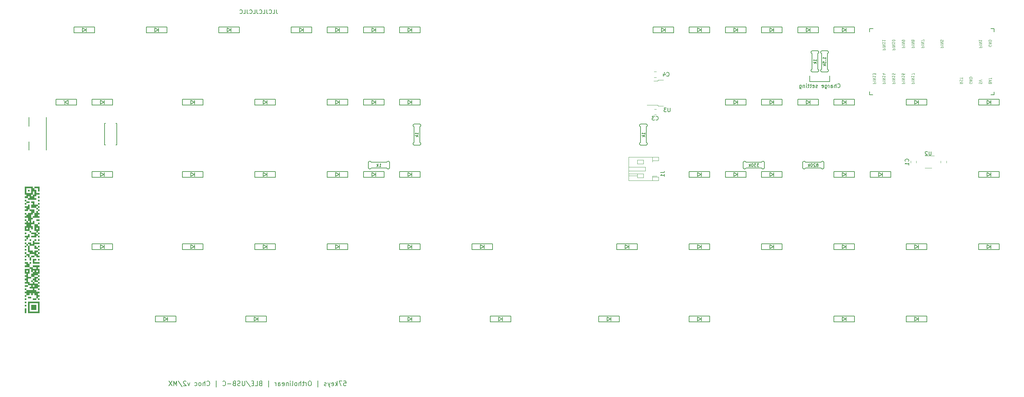
<source format=gbr>
%TF.GenerationSoftware,KiCad,Pcbnew,(6.0.5-0)*%
%TF.CreationDate,2022-06-30T23:43:56+09:00*%
%TF.ProjectId,denpa,64656e70-612e-46b6-9963-61645f706362,1*%
%TF.SameCoordinates,Original*%
%TF.FileFunction,Legend,Bot*%
%TF.FilePolarity,Positive*%
%FSLAX46Y46*%
G04 Gerber Fmt 4.6, Leading zero omitted, Abs format (unit mm)*
G04 Created by KiCad (PCBNEW (6.0.5-0)) date 2022-06-30 23:43:56*
%MOMM*%
%LPD*%
G01*
G04 APERTURE LIST*
%ADD10C,0.150000*%
%ADD11C,0.200000*%
%ADD12C,0.125000*%
%ADD13C,0.120000*%
G04 APERTURE END LIST*
D10*
X89026547Y-45077380D02*
X89026547Y-45791666D01*
X89074166Y-45934523D01*
X89169404Y-46029761D01*
X89312261Y-46077380D01*
X89407500Y-46077380D01*
X88074166Y-46077380D02*
X88550357Y-46077380D01*
X88550357Y-45077380D01*
X87169404Y-45982142D02*
X87217023Y-46029761D01*
X87359880Y-46077380D01*
X87455119Y-46077380D01*
X87597976Y-46029761D01*
X87693214Y-45934523D01*
X87740833Y-45839285D01*
X87788452Y-45648809D01*
X87788452Y-45505952D01*
X87740833Y-45315476D01*
X87693214Y-45220238D01*
X87597976Y-45125000D01*
X87455119Y-45077380D01*
X87359880Y-45077380D01*
X87217023Y-45125000D01*
X87169404Y-45172619D01*
X86455119Y-45077380D02*
X86455119Y-45791666D01*
X86502738Y-45934523D01*
X86597976Y-46029761D01*
X86740833Y-46077380D01*
X86836071Y-46077380D01*
X85502738Y-46077380D02*
X85978928Y-46077380D01*
X85978928Y-45077380D01*
X84597976Y-45982142D02*
X84645595Y-46029761D01*
X84788452Y-46077380D01*
X84883690Y-46077380D01*
X85026547Y-46029761D01*
X85121785Y-45934523D01*
X85169404Y-45839285D01*
X85217023Y-45648809D01*
X85217023Y-45505952D01*
X85169404Y-45315476D01*
X85121785Y-45220238D01*
X85026547Y-45125000D01*
X84883690Y-45077380D01*
X84788452Y-45077380D01*
X84645595Y-45125000D01*
X84597976Y-45172619D01*
X83883690Y-45077380D02*
X83883690Y-45791666D01*
X83931309Y-45934523D01*
X84026547Y-46029761D01*
X84169404Y-46077380D01*
X84264642Y-46077380D01*
X82931309Y-46077380D02*
X83407500Y-46077380D01*
X83407500Y-45077380D01*
X82026547Y-45982142D02*
X82074166Y-46029761D01*
X82217023Y-46077380D01*
X82312261Y-46077380D01*
X82455119Y-46029761D01*
X82550357Y-45934523D01*
X82597976Y-45839285D01*
X82645595Y-45648809D01*
X82645595Y-45505952D01*
X82597976Y-45315476D01*
X82550357Y-45220238D01*
X82455119Y-45125000D01*
X82312261Y-45077380D01*
X82217023Y-45077380D01*
X82074166Y-45125000D01*
X82026547Y-45172619D01*
X81312261Y-45077380D02*
X81312261Y-45791666D01*
X81359880Y-45934523D01*
X81455119Y-46029761D01*
X81597976Y-46077380D01*
X81693214Y-46077380D01*
X80359880Y-46077380D02*
X80836071Y-46077380D01*
X80836071Y-45077380D01*
X79455119Y-45982142D02*
X79502738Y-46029761D01*
X79645595Y-46077380D01*
X79740833Y-46077380D01*
X79883690Y-46029761D01*
X79978928Y-45934523D01*
X80026547Y-45839285D01*
X80074166Y-45648809D01*
X80074166Y-45505952D01*
X80026547Y-45315476D01*
X79978928Y-45220238D01*
X79883690Y-45125000D01*
X79740833Y-45077380D01*
X79645595Y-45077380D01*
X79502738Y-45125000D01*
X79455119Y-45172619D01*
X234685000Y-62500000D02*
X234685000Y-64000000D01*
X229395000Y-64000000D02*
X229395000Y-62500000D01*
X234685000Y-64000000D02*
X229395000Y-64000000D01*
X236754285Y-65477142D02*
X236801904Y-65524761D01*
X236944761Y-65572380D01*
X237040000Y-65572380D01*
X237182857Y-65524761D01*
X237278095Y-65429523D01*
X237325714Y-65334285D01*
X237373333Y-65143809D01*
X237373333Y-65000952D01*
X237325714Y-64810476D01*
X237278095Y-64715238D01*
X237182857Y-64620000D01*
X237040000Y-64572380D01*
X236944761Y-64572380D01*
X236801904Y-64620000D01*
X236754285Y-64667619D01*
X236325714Y-65572380D02*
X236325714Y-64572380D01*
X235897142Y-65572380D02*
X235897142Y-65048571D01*
X235944761Y-64953333D01*
X236040000Y-64905714D01*
X236182857Y-64905714D01*
X236278095Y-64953333D01*
X236325714Y-65000952D01*
X234992380Y-65572380D02*
X234992380Y-65048571D01*
X235040000Y-64953333D01*
X235135238Y-64905714D01*
X235325714Y-64905714D01*
X235420952Y-64953333D01*
X234992380Y-65524761D02*
X235087619Y-65572380D01*
X235325714Y-65572380D01*
X235420952Y-65524761D01*
X235468571Y-65429523D01*
X235468571Y-65334285D01*
X235420952Y-65239047D01*
X235325714Y-65191428D01*
X235087619Y-65191428D01*
X234992380Y-65143809D01*
X234516190Y-65572380D02*
X234516190Y-64905714D01*
X234516190Y-65096190D02*
X234468571Y-65000952D01*
X234420952Y-64953333D01*
X234325714Y-64905714D01*
X234230476Y-64905714D01*
X233468571Y-64905714D02*
X233468571Y-65715238D01*
X233516190Y-65810476D01*
X233563809Y-65858095D01*
X233659047Y-65905714D01*
X233801904Y-65905714D01*
X233897142Y-65858095D01*
X233468571Y-65524761D02*
X233563809Y-65572380D01*
X233754285Y-65572380D01*
X233849523Y-65524761D01*
X233897142Y-65477142D01*
X233944761Y-65381904D01*
X233944761Y-65096190D01*
X233897142Y-65000952D01*
X233849523Y-64953333D01*
X233754285Y-64905714D01*
X233563809Y-64905714D01*
X233468571Y-64953333D01*
X232611428Y-65524761D02*
X232706666Y-65572380D01*
X232897142Y-65572380D01*
X232992380Y-65524761D01*
X233040000Y-65429523D01*
X233040000Y-65048571D01*
X232992380Y-64953333D01*
X232897142Y-64905714D01*
X232706666Y-64905714D01*
X232611428Y-64953333D01*
X232563809Y-65048571D01*
X232563809Y-65143809D01*
X233040000Y-65239047D01*
X231420952Y-65524761D02*
X231325714Y-65572380D01*
X231135238Y-65572380D01*
X231040000Y-65524761D01*
X230992380Y-65429523D01*
X230992380Y-65381904D01*
X231040000Y-65286666D01*
X231135238Y-65239047D01*
X231278095Y-65239047D01*
X231373333Y-65191428D01*
X231420952Y-65096190D01*
X231420952Y-65048571D01*
X231373333Y-64953333D01*
X231278095Y-64905714D01*
X231135238Y-64905714D01*
X231040000Y-64953333D01*
X230182857Y-65524761D02*
X230278095Y-65572380D01*
X230468571Y-65572380D01*
X230563809Y-65524761D01*
X230611428Y-65429523D01*
X230611428Y-65048571D01*
X230563809Y-64953333D01*
X230468571Y-64905714D01*
X230278095Y-64905714D01*
X230182857Y-64953333D01*
X230135238Y-65048571D01*
X230135238Y-65143809D01*
X230611428Y-65239047D01*
X229849523Y-64905714D02*
X229468571Y-64905714D01*
X229706666Y-64572380D02*
X229706666Y-65429523D01*
X229659047Y-65524761D01*
X229563809Y-65572380D01*
X229468571Y-65572380D01*
X229278095Y-64905714D02*
X228897142Y-64905714D01*
X229135238Y-64572380D02*
X229135238Y-65429523D01*
X229087619Y-65524761D01*
X228992380Y-65572380D01*
X228897142Y-65572380D01*
X228563809Y-65572380D02*
X228563809Y-64905714D01*
X228563809Y-64572380D02*
X228611428Y-64620000D01*
X228563809Y-64667619D01*
X228516190Y-64620000D01*
X228563809Y-64572380D01*
X228563809Y-64667619D01*
X228087619Y-64905714D02*
X228087619Y-65572380D01*
X228087619Y-65000952D02*
X228040000Y-64953333D01*
X227944761Y-64905714D01*
X227801904Y-64905714D01*
X227706666Y-64953333D01*
X227659047Y-65048571D01*
X227659047Y-65572380D01*
X226754285Y-64905714D02*
X226754285Y-65715238D01*
X226801904Y-65810476D01*
X226849523Y-65858095D01*
X226944761Y-65905714D01*
X227087619Y-65905714D01*
X227182857Y-65858095D01*
X226754285Y-65524761D02*
X226849523Y-65572380D01*
X227040000Y-65572380D01*
X227135238Y-65524761D01*
X227182857Y-65477142D01*
X227230476Y-65381904D01*
X227230476Y-65096190D01*
X227182857Y-65000952D01*
X227135238Y-64953333D01*
X227040000Y-64905714D01*
X226849523Y-64905714D01*
X226754285Y-64953333D01*
D11*
X106762857Y-142952857D02*
X107334285Y-142952857D01*
X107391428Y-143524285D01*
X107334285Y-143467142D01*
X107220000Y-143410000D01*
X106934285Y-143410000D01*
X106820000Y-143467142D01*
X106762857Y-143524285D01*
X106705714Y-143638571D01*
X106705714Y-143924285D01*
X106762857Y-144038571D01*
X106820000Y-144095714D01*
X106934285Y-144152857D01*
X107220000Y-144152857D01*
X107334285Y-144095714D01*
X107391428Y-144038571D01*
X106305714Y-142952857D02*
X105505714Y-142952857D01*
X106020000Y-144152857D01*
X105048571Y-144152857D02*
X105048571Y-142952857D01*
X104934285Y-143695714D02*
X104591428Y-144152857D01*
X104591428Y-143352857D02*
X105048571Y-143810000D01*
X103620000Y-144095714D02*
X103734285Y-144152857D01*
X103962857Y-144152857D01*
X104077142Y-144095714D01*
X104134285Y-143981428D01*
X104134285Y-143524285D01*
X104077142Y-143410000D01*
X103962857Y-143352857D01*
X103734285Y-143352857D01*
X103620000Y-143410000D01*
X103562857Y-143524285D01*
X103562857Y-143638571D01*
X104134285Y-143752857D01*
X103162857Y-143352857D02*
X102877142Y-144152857D01*
X102591428Y-143352857D02*
X102877142Y-144152857D01*
X102991428Y-144438571D01*
X103048571Y-144495714D01*
X103162857Y-144552857D01*
X102191428Y-144095714D02*
X102077142Y-144152857D01*
X101848571Y-144152857D01*
X101734285Y-144095714D01*
X101677142Y-143981428D01*
X101677142Y-143924285D01*
X101734285Y-143810000D01*
X101848571Y-143752857D01*
X102020000Y-143752857D01*
X102134285Y-143695714D01*
X102191428Y-143581428D01*
X102191428Y-143524285D01*
X102134285Y-143410000D01*
X102020000Y-143352857D01*
X101848571Y-143352857D01*
X101734285Y-143410000D01*
X99962857Y-144552857D02*
X99962857Y-142838571D01*
X97962857Y-142952857D02*
X97734285Y-142952857D01*
X97620000Y-143010000D01*
X97505714Y-143124285D01*
X97448571Y-143352857D01*
X97448571Y-143752857D01*
X97505714Y-143981428D01*
X97620000Y-144095714D01*
X97734285Y-144152857D01*
X97962857Y-144152857D01*
X98077142Y-144095714D01*
X98191428Y-143981428D01*
X98248571Y-143752857D01*
X98248571Y-143352857D01*
X98191428Y-143124285D01*
X98077142Y-143010000D01*
X97962857Y-142952857D01*
X96934285Y-144152857D02*
X96934285Y-143352857D01*
X96934285Y-143581428D02*
X96877142Y-143467142D01*
X96820000Y-143410000D01*
X96705714Y-143352857D01*
X96591428Y-143352857D01*
X96362857Y-143352857D02*
X95905714Y-143352857D01*
X96191428Y-142952857D02*
X96191428Y-143981428D01*
X96134285Y-144095714D01*
X96020000Y-144152857D01*
X95905714Y-144152857D01*
X95505714Y-144152857D02*
X95505714Y-142952857D01*
X94991428Y-144152857D02*
X94991428Y-143524285D01*
X95048571Y-143410000D01*
X95162857Y-143352857D01*
X95334285Y-143352857D01*
X95448571Y-143410000D01*
X95505714Y-143467142D01*
X94248571Y-144152857D02*
X94362857Y-144095714D01*
X94420000Y-144038571D01*
X94477142Y-143924285D01*
X94477142Y-143581428D01*
X94420000Y-143467142D01*
X94362857Y-143410000D01*
X94248571Y-143352857D01*
X94077142Y-143352857D01*
X93962857Y-143410000D01*
X93905714Y-143467142D01*
X93848571Y-143581428D01*
X93848571Y-143924285D01*
X93905714Y-144038571D01*
X93962857Y-144095714D01*
X94077142Y-144152857D01*
X94248571Y-144152857D01*
X93162857Y-144152857D02*
X93277142Y-144095714D01*
X93334285Y-143981428D01*
X93334285Y-142952857D01*
X92705714Y-144152857D02*
X92705714Y-143352857D01*
X92705714Y-142952857D02*
X92762857Y-143010000D01*
X92705714Y-143067142D01*
X92648571Y-143010000D01*
X92705714Y-142952857D01*
X92705714Y-143067142D01*
X92134285Y-143352857D02*
X92134285Y-144152857D01*
X92134285Y-143467142D02*
X92077142Y-143410000D01*
X91962857Y-143352857D01*
X91791428Y-143352857D01*
X91677142Y-143410000D01*
X91620000Y-143524285D01*
X91620000Y-144152857D01*
X90591428Y-144095714D02*
X90705714Y-144152857D01*
X90934285Y-144152857D01*
X91048571Y-144095714D01*
X91105714Y-143981428D01*
X91105714Y-143524285D01*
X91048571Y-143410000D01*
X90934285Y-143352857D01*
X90705714Y-143352857D01*
X90591428Y-143410000D01*
X90534285Y-143524285D01*
X90534285Y-143638571D01*
X91105714Y-143752857D01*
X89505714Y-144152857D02*
X89505714Y-143524285D01*
X89562857Y-143410000D01*
X89677142Y-143352857D01*
X89905714Y-143352857D01*
X90020000Y-143410000D01*
X89505714Y-144095714D02*
X89620000Y-144152857D01*
X89905714Y-144152857D01*
X90020000Y-144095714D01*
X90077142Y-143981428D01*
X90077142Y-143867142D01*
X90020000Y-143752857D01*
X89905714Y-143695714D01*
X89620000Y-143695714D01*
X89505714Y-143638571D01*
X88934285Y-144152857D02*
X88934285Y-143352857D01*
X88934285Y-143581428D02*
X88877142Y-143467142D01*
X88820000Y-143410000D01*
X88705714Y-143352857D01*
X88591428Y-143352857D01*
X86991428Y-144552857D02*
X86991428Y-142838571D01*
X84820000Y-143524285D02*
X84648571Y-143581428D01*
X84591428Y-143638571D01*
X84534285Y-143752857D01*
X84534285Y-143924285D01*
X84591428Y-144038571D01*
X84648571Y-144095714D01*
X84762857Y-144152857D01*
X85220000Y-144152857D01*
X85220000Y-142952857D01*
X84820000Y-142952857D01*
X84705714Y-143010000D01*
X84648571Y-143067142D01*
X84591428Y-143181428D01*
X84591428Y-143295714D01*
X84648571Y-143410000D01*
X84705714Y-143467142D01*
X84820000Y-143524285D01*
X85220000Y-143524285D01*
X83448571Y-144152857D02*
X84020000Y-144152857D01*
X84020000Y-142952857D01*
X83048571Y-143524285D02*
X82648571Y-143524285D01*
X82477142Y-144152857D02*
X83048571Y-144152857D01*
X83048571Y-142952857D01*
X82477142Y-142952857D01*
X81105714Y-142895714D02*
X82134285Y-144438571D01*
X80705714Y-142952857D02*
X80705714Y-143924285D01*
X80648571Y-144038571D01*
X80591428Y-144095714D01*
X80477142Y-144152857D01*
X80248571Y-144152857D01*
X80134285Y-144095714D01*
X80077142Y-144038571D01*
X80020000Y-143924285D01*
X80020000Y-142952857D01*
X79505714Y-144095714D02*
X79334285Y-144152857D01*
X79048571Y-144152857D01*
X78934285Y-144095714D01*
X78877142Y-144038571D01*
X78820000Y-143924285D01*
X78820000Y-143810000D01*
X78877142Y-143695714D01*
X78934285Y-143638571D01*
X79048571Y-143581428D01*
X79277142Y-143524285D01*
X79391428Y-143467142D01*
X79448571Y-143410000D01*
X79505714Y-143295714D01*
X79505714Y-143181428D01*
X79448571Y-143067142D01*
X79391428Y-143010000D01*
X79277142Y-142952857D01*
X78991428Y-142952857D01*
X78820000Y-143010000D01*
X77905714Y-143524285D02*
X77734285Y-143581428D01*
X77677142Y-143638571D01*
X77620000Y-143752857D01*
X77620000Y-143924285D01*
X77677142Y-144038571D01*
X77734285Y-144095714D01*
X77848571Y-144152857D01*
X78305714Y-144152857D01*
X78305714Y-142952857D01*
X77905714Y-142952857D01*
X77791428Y-143010000D01*
X77734285Y-143067142D01*
X77677142Y-143181428D01*
X77677142Y-143295714D01*
X77734285Y-143410000D01*
X77791428Y-143467142D01*
X77905714Y-143524285D01*
X78305714Y-143524285D01*
X77105714Y-143695714D02*
X76191428Y-143695714D01*
X74934285Y-144038571D02*
X74991428Y-144095714D01*
X75162857Y-144152857D01*
X75277142Y-144152857D01*
X75448571Y-144095714D01*
X75562857Y-143981428D01*
X75620000Y-143867142D01*
X75677142Y-143638571D01*
X75677142Y-143467142D01*
X75620000Y-143238571D01*
X75562857Y-143124285D01*
X75448571Y-143010000D01*
X75277142Y-142952857D01*
X75162857Y-142952857D01*
X74991428Y-143010000D01*
X74934285Y-143067142D01*
X73220000Y-144552857D02*
X73220000Y-142838571D01*
X70762857Y-144038571D02*
X70820000Y-144095714D01*
X70991428Y-144152857D01*
X71105714Y-144152857D01*
X71277142Y-144095714D01*
X71391428Y-143981428D01*
X71448571Y-143867142D01*
X71505714Y-143638571D01*
X71505714Y-143467142D01*
X71448571Y-143238571D01*
X71391428Y-143124285D01*
X71277142Y-143010000D01*
X71105714Y-142952857D01*
X70991428Y-142952857D01*
X70820000Y-143010000D01*
X70762857Y-143067142D01*
X70248571Y-144152857D02*
X70248571Y-142952857D01*
X69734285Y-144152857D02*
X69734285Y-143524285D01*
X69791428Y-143410000D01*
X69905714Y-143352857D01*
X70077142Y-143352857D01*
X70191428Y-143410000D01*
X70248571Y-143467142D01*
X68991428Y-144152857D02*
X69105714Y-144095714D01*
X69162857Y-144038571D01*
X69220000Y-143924285D01*
X69220000Y-143581428D01*
X69162857Y-143467142D01*
X69105714Y-143410000D01*
X68991428Y-143352857D01*
X68820000Y-143352857D01*
X68705714Y-143410000D01*
X68648571Y-143467142D01*
X68591428Y-143581428D01*
X68591428Y-143924285D01*
X68648571Y-144038571D01*
X68705714Y-144095714D01*
X68820000Y-144152857D01*
X68991428Y-144152857D01*
X67562857Y-144095714D02*
X67677142Y-144152857D01*
X67905714Y-144152857D01*
X68020000Y-144095714D01*
X68077142Y-144038571D01*
X68134285Y-143924285D01*
X68134285Y-143581428D01*
X68077142Y-143467142D01*
X68020000Y-143410000D01*
X67905714Y-143352857D01*
X67677142Y-143352857D01*
X67562857Y-143410000D01*
X66248571Y-143352857D02*
X65962857Y-144152857D01*
X65677142Y-143352857D01*
X65277142Y-143067142D02*
X65220000Y-143010000D01*
X65105714Y-142952857D01*
X64820000Y-142952857D01*
X64705714Y-143010000D01*
X64648571Y-143067142D01*
X64591428Y-143181428D01*
X64591428Y-143295714D01*
X64648571Y-143467142D01*
X65334285Y-144152857D01*
X64591428Y-144152857D01*
X63220000Y-142895714D02*
X64248571Y-144438571D01*
X62820000Y-144152857D02*
X62820000Y-142952857D01*
X62420000Y-143810000D01*
X62020000Y-142952857D01*
X62020000Y-144152857D01*
X61562857Y-142952857D02*
X60762857Y-144152857D01*
X60762857Y-142952857D02*
X61562857Y-144152857D01*
D12*
%TO.C,U1*%
X245988714Y-64509226D02*
X246738714Y-64509226D01*
X246738714Y-64253988D01*
X246703000Y-64190178D01*
X246667285Y-64158273D01*
X246595857Y-64126369D01*
X246488714Y-64126369D01*
X246417285Y-64158273D01*
X246381571Y-64190178D01*
X246345857Y-64253988D01*
X246345857Y-64509226D01*
X245988714Y-63839226D02*
X246738714Y-63839226D01*
X245988714Y-63520178D02*
X246738714Y-63520178D01*
X245988714Y-63137321D01*
X246738714Y-63137321D01*
X245988714Y-62467321D02*
X245988714Y-62850178D01*
X245988714Y-62658750D02*
X246738714Y-62658750D01*
X246631571Y-62722559D01*
X246560142Y-62786369D01*
X246524428Y-62850178D01*
X246738714Y-62243988D02*
X246738714Y-61829226D01*
X246453000Y-62052559D01*
X246453000Y-61956845D01*
X246417285Y-61893035D01*
X246381571Y-61861130D01*
X246310142Y-61829226D01*
X246131571Y-61829226D01*
X246060142Y-61861130D01*
X246024428Y-61893035D01*
X245988714Y-61956845D01*
X245988714Y-62148273D01*
X246024428Y-62212083D01*
X246060142Y-62243988D01*
X256148714Y-55000773D02*
X256898714Y-55000773D01*
X256898714Y-54745535D01*
X256863000Y-54681726D01*
X256827285Y-54649821D01*
X256755857Y-54617916D01*
X256648714Y-54617916D01*
X256577285Y-54649821D01*
X256541571Y-54681726D01*
X256505857Y-54745535D01*
X256505857Y-55000773D01*
X256148714Y-54330773D02*
X256898714Y-54330773D01*
X256148714Y-54011726D02*
X256898714Y-54011726D01*
X256148714Y-53628869D01*
X256898714Y-53628869D01*
X256577285Y-53214107D02*
X256613000Y-53277916D01*
X256648714Y-53309821D01*
X256720142Y-53341726D01*
X256755857Y-53341726D01*
X256827285Y-53309821D01*
X256863000Y-53277916D01*
X256898714Y-53214107D01*
X256898714Y-53086488D01*
X256863000Y-53022678D01*
X256827285Y-52990773D01*
X256755857Y-52958869D01*
X256720142Y-52958869D01*
X256648714Y-52990773D01*
X256613000Y-53022678D01*
X256577285Y-53086488D01*
X256577285Y-53214107D01*
X256541571Y-53277916D01*
X256505857Y-53309821D01*
X256434428Y-53341726D01*
X256291571Y-53341726D01*
X256220142Y-53309821D01*
X256184428Y-53277916D01*
X256148714Y-53214107D01*
X256148714Y-53086488D01*
X256184428Y-53022678D01*
X256220142Y-52990773D01*
X256291571Y-52958869D01*
X256434428Y-52958869D01*
X256505857Y-52990773D01*
X256541571Y-53022678D01*
X256577285Y-53086488D01*
X256148714Y-64509226D02*
X256898714Y-64509226D01*
X256898714Y-64253988D01*
X256863000Y-64190178D01*
X256827285Y-64158273D01*
X256755857Y-64126369D01*
X256648714Y-64126369D01*
X256577285Y-64158273D01*
X256541571Y-64190178D01*
X256505857Y-64253988D01*
X256505857Y-64509226D01*
X256148714Y-63839226D02*
X256898714Y-63839226D01*
X256148714Y-63520178D02*
X256898714Y-63520178D01*
X256148714Y-63137321D01*
X256898714Y-63137321D01*
X256148714Y-62467321D02*
X256148714Y-62850178D01*
X256148714Y-62658750D02*
X256898714Y-62658750D01*
X256791571Y-62722559D01*
X256720142Y-62786369D01*
X256684428Y-62850178D01*
X256898714Y-62243988D02*
X256898714Y-61797321D01*
X256148714Y-62084464D01*
X276861571Y-64285892D02*
X276825857Y-64190178D01*
X276790142Y-64158273D01*
X276718714Y-64126369D01*
X276611571Y-64126369D01*
X276540142Y-64158273D01*
X276504428Y-64190178D01*
X276468714Y-64253988D01*
X276468714Y-64509226D01*
X277218714Y-64509226D01*
X277218714Y-64285892D01*
X277183000Y-64222083D01*
X277147285Y-64190178D01*
X277075857Y-64158273D01*
X277004428Y-64158273D01*
X276933000Y-64190178D01*
X276897285Y-64222083D01*
X276861571Y-64285892D01*
X276861571Y-64509226D01*
X276683000Y-63871130D02*
X276683000Y-63552083D01*
X276468714Y-63934940D02*
X277218714Y-63711607D01*
X276468714Y-63488273D01*
X277218714Y-63360654D02*
X277218714Y-62977797D01*
X276468714Y-63169226D02*
X277218714Y-63169226D01*
X248528714Y-64509226D02*
X249278714Y-64509226D01*
X249278714Y-64253988D01*
X249243000Y-64190178D01*
X249207285Y-64158273D01*
X249135857Y-64126369D01*
X249028714Y-64126369D01*
X248957285Y-64158273D01*
X248921571Y-64190178D01*
X248885857Y-64253988D01*
X248885857Y-64509226D01*
X248528714Y-63839226D02*
X249278714Y-63839226D01*
X248528714Y-63520178D02*
X249278714Y-63520178D01*
X248528714Y-63137321D01*
X249278714Y-63137321D01*
X248528714Y-62467321D02*
X248528714Y-62850178D01*
X248528714Y-62658750D02*
X249278714Y-62658750D01*
X249171571Y-62722559D01*
X249100142Y-62786369D01*
X249064428Y-62850178D01*
X249028714Y-61893035D02*
X248528714Y-61893035D01*
X249314428Y-62052559D02*
X248778714Y-62212083D01*
X248778714Y-61797321D01*
X272103000Y-64158273D02*
X272138714Y-64222083D01*
X272138714Y-64317797D01*
X272103000Y-64413511D01*
X272031571Y-64477321D01*
X271960142Y-64509226D01*
X271817285Y-64541130D01*
X271710142Y-64541130D01*
X271567285Y-64509226D01*
X271495857Y-64477321D01*
X271424428Y-64413511D01*
X271388714Y-64317797D01*
X271388714Y-64253988D01*
X271424428Y-64158273D01*
X271460142Y-64126369D01*
X271710142Y-64126369D01*
X271710142Y-64253988D01*
X271388714Y-63839226D02*
X272138714Y-63839226D01*
X271388714Y-63456369D01*
X272138714Y-63456369D01*
X271388714Y-63137321D02*
X272138714Y-63137321D01*
X272138714Y-62977797D01*
X272103000Y-62882083D01*
X272031571Y-62818273D01*
X271960142Y-62786369D01*
X271817285Y-62754464D01*
X271710142Y-62754464D01*
X271567285Y-62786369D01*
X271495857Y-62818273D01*
X271424428Y-62882083D01*
X271388714Y-62977797D01*
X271388714Y-63137321D01*
X258688714Y-55000773D02*
X259438714Y-55000773D01*
X259438714Y-54745535D01*
X259403000Y-54681726D01*
X259367285Y-54649821D01*
X259295857Y-54617916D01*
X259188714Y-54617916D01*
X259117285Y-54649821D01*
X259081571Y-54681726D01*
X259045857Y-54745535D01*
X259045857Y-55000773D01*
X258688714Y-54330773D02*
X259438714Y-54330773D01*
X258688714Y-54011726D02*
X259438714Y-54011726D01*
X258688714Y-53628869D01*
X259438714Y-53628869D01*
X259438714Y-53373630D02*
X259438714Y-52926964D01*
X258688714Y-53214107D01*
X253608714Y-55000773D02*
X254358714Y-55000773D01*
X254358714Y-54745535D01*
X254323000Y-54681726D01*
X254287285Y-54649821D01*
X254215857Y-54617916D01*
X254108714Y-54617916D01*
X254037285Y-54649821D01*
X254001571Y-54681726D01*
X253965857Y-54745535D01*
X253965857Y-55000773D01*
X253608714Y-54330773D02*
X254358714Y-54330773D01*
X253608714Y-54011726D02*
X254358714Y-54011726D01*
X253608714Y-53628869D01*
X254358714Y-53628869D01*
X253608714Y-53277916D02*
X253608714Y-53150297D01*
X253644428Y-53086488D01*
X253680142Y-53054583D01*
X253787285Y-52990773D01*
X253930142Y-52958869D01*
X254215857Y-52958869D01*
X254287285Y-52990773D01*
X254323000Y-53022678D01*
X254358714Y-53086488D01*
X254358714Y-53214107D01*
X254323000Y-53277916D01*
X254287285Y-53309821D01*
X254215857Y-53341726D01*
X254037285Y-53341726D01*
X253965857Y-53309821D01*
X253930142Y-53277916D01*
X253894428Y-53214107D01*
X253894428Y-53086488D01*
X253930142Y-53022678D01*
X253965857Y-52990773D01*
X254037285Y-52958869D01*
X263768714Y-55000773D02*
X264518714Y-55000773D01*
X264518714Y-54745535D01*
X264483000Y-54681726D01*
X264447285Y-54649821D01*
X264375857Y-54617916D01*
X264268714Y-54617916D01*
X264197285Y-54649821D01*
X264161571Y-54681726D01*
X264125857Y-54745535D01*
X264125857Y-55000773D01*
X263768714Y-54330773D02*
X264518714Y-54330773D01*
X263768714Y-54011726D02*
X264518714Y-54011726D01*
X263768714Y-53628869D01*
X264518714Y-53628869D01*
X264518714Y-52990773D02*
X264518714Y-53309821D01*
X264161571Y-53341726D01*
X264197285Y-53309821D01*
X264233000Y-53246011D01*
X264233000Y-53086488D01*
X264197285Y-53022678D01*
X264161571Y-52990773D01*
X264090142Y-52958869D01*
X263911571Y-52958869D01*
X263840142Y-52990773D01*
X263804428Y-53022678D01*
X263768714Y-53086488D01*
X263768714Y-53246011D01*
X263804428Y-53309821D01*
X263840142Y-53341726D01*
X248528714Y-55638869D02*
X249278714Y-55638869D01*
X249278714Y-55383630D01*
X249243000Y-55319821D01*
X249207285Y-55287916D01*
X249135857Y-55256011D01*
X249028714Y-55256011D01*
X248957285Y-55287916D01*
X248921571Y-55319821D01*
X248885857Y-55383630D01*
X248885857Y-55638869D01*
X248528714Y-54968869D02*
X249278714Y-54968869D01*
X248528714Y-54649821D02*
X249278714Y-54649821D01*
X248528714Y-54266964D01*
X249278714Y-54266964D01*
X248528714Y-53596964D02*
X248528714Y-53979821D01*
X248528714Y-53788392D02*
X249278714Y-53788392D01*
X249171571Y-53852202D01*
X249100142Y-53916011D01*
X249064428Y-53979821D01*
X248528714Y-52958869D02*
X248528714Y-53341726D01*
X248528714Y-53150297D02*
X249278714Y-53150297D01*
X249171571Y-53214107D01*
X249100142Y-53277916D01*
X249064428Y-53341726D01*
X273928714Y-55000773D02*
X274678714Y-55000773D01*
X274678714Y-54745535D01*
X274643000Y-54681726D01*
X274607285Y-54649821D01*
X274535857Y-54617916D01*
X274428714Y-54617916D01*
X274357285Y-54649821D01*
X274321571Y-54681726D01*
X274285857Y-54745535D01*
X274285857Y-55000773D01*
X273928714Y-54330773D02*
X274678714Y-54330773D01*
X273928714Y-54011726D02*
X274678714Y-54011726D01*
X273928714Y-53628869D01*
X274678714Y-53628869D01*
X273928714Y-52958869D02*
X273928714Y-53341726D01*
X273928714Y-53150297D02*
X274678714Y-53150297D01*
X274571571Y-53214107D01*
X274500142Y-53277916D01*
X274464428Y-53341726D01*
X251068714Y-64509226D02*
X251818714Y-64509226D01*
X251818714Y-64253988D01*
X251783000Y-64190178D01*
X251747285Y-64158273D01*
X251675857Y-64126369D01*
X251568714Y-64126369D01*
X251497285Y-64158273D01*
X251461571Y-64190178D01*
X251425857Y-64253988D01*
X251425857Y-64509226D01*
X251068714Y-63839226D02*
X251818714Y-63839226D01*
X251068714Y-63520178D02*
X251818714Y-63520178D01*
X251068714Y-63137321D01*
X251818714Y-63137321D01*
X251068714Y-62467321D02*
X251068714Y-62850178D01*
X251068714Y-62658750D02*
X251818714Y-62658750D01*
X251711571Y-62722559D01*
X251640142Y-62786369D01*
X251604428Y-62850178D01*
X251818714Y-61861130D02*
X251818714Y-62180178D01*
X251461571Y-62212083D01*
X251497285Y-62180178D01*
X251533000Y-62116369D01*
X251533000Y-61956845D01*
X251497285Y-61893035D01*
X251461571Y-61861130D01*
X251390142Y-61829226D01*
X251211571Y-61829226D01*
X251140142Y-61861130D01*
X251104428Y-61893035D01*
X251068714Y-61956845D01*
X251068714Y-62116369D01*
X251104428Y-62180178D01*
X251140142Y-62212083D01*
X253608714Y-64509226D02*
X254358714Y-64509226D01*
X254358714Y-64253988D01*
X254323000Y-64190178D01*
X254287285Y-64158273D01*
X254215857Y-64126369D01*
X254108714Y-64126369D01*
X254037285Y-64158273D01*
X254001571Y-64190178D01*
X253965857Y-64253988D01*
X253965857Y-64509226D01*
X253608714Y-63839226D02*
X254358714Y-63839226D01*
X253608714Y-63520178D02*
X254358714Y-63520178D01*
X253608714Y-63137321D01*
X254358714Y-63137321D01*
X253608714Y-62467321D02*
X253608714Y-62850178D01*
X253608714Y-62658750D02*
X254358714Y-62658750D01*
X254251571Y-62722559D01*
X254180142Y-62786369D01*
X254144428Y-62850178D01*
X254358714Y-61893035D02*
X254358714Y-62020654D01*
X254323000Y-62084464D01*
X254287285Y-62116369D01*
X254180142Y-62180178D01*
X254037285Y-62212083D01*
X253751571Y-62212083D01*
X253680142Y-62180178D01*
X253644428Y-62148273D01*
X253608714Y-62084464D01*
X253608714Y-61956845D01*
X253644428Y-61893035D01*
X253680142Y-61861130D01*
X253751571Y-61829226D01*
X253930142Y-61829226D01*
X254001571Y-61861130D01*
X254037285Y-61893035D01*
X254073000Y-61956845D01*
X254073000Y-62084464D01*
X254037285Y-62148273D01*
X254001571Y-62180178D01*
X253930142Y-62212083D01*
X274678714Y-64190178D02*
X274678714Y-64509226D01*
X274321571Y-64541130D01*
X274357285Y-64509226D01*
X274393000Y-64445416D01*
X274393000Y-64285892D01*
X274357285Y-64222083D01*
X274321571Y-64190178D01*
X274250142Y-64158273D01*
X274071571Y-64158273D01*
X274000142Y-64190178D01*
X273964428Y-64222083D01*
X273928714Y-64285892D01*
X273928714Y-64445416D01*
X273964428Y-64509226D01*
X274000142Y-64541130D01*
X274678714Y-63966845D02*
X273928714Y-63743511D01*
X274678714Y-63520178D01*
X268848714Y-64126369D02*
X269205857Y-64349702D01*
X268848714Y-64509226D02*
X269598714Y-64509226D01*
X269598714Y-64253988D01*
X269563000Y-64190178D01*
X269527285Y-64158273D01*
X269455857Y-64126369D01*
X269348714Y-64126369D01*
X269277285Y-64158273D01*
X269241571Y-64190178D01*
X269205857Y-64253988D01*
X269205857Y-64509226D01*
X268884428Y-63871130D02*
X268848714Y-63775416D01*
X268848714Y-63615892D01*
X268884428Y-63552083D01*
X268920142Y-63520178D01*
X268991571Y-63488273D01*
X269063000Y-63488273D01*
X269134428Y-63520178D01*
X269170142Y-63552083D01*
X269205857Y-63615892D01*
X269241571Y-63743511D01*
X269277285Y-63807321D01*
X269313000Y-63839226D01*
X269384428Y-63871130D01*
X269455857Y-63871130D01*
X269527285Y-63839226D01*
X269563000Y-63807321D01*
X269598714Y-63743511D01*
X269598714Y-63583988D01*
X269563000Y-63488273D01*
X269598714Y-63296845D02*
X269598714Y-62913988D01*
X268848714Y-63105416D02*
X269598714Y-63105416D01*
X277183000Y-54362678D02*
X277218714Y-54426488D01*
X277218714Y-54522202D01*
X277183000Y-54617916D01*
X277111571Y-54681726D01*
X277040142Y-54713630D01*
X276897285Y-54745535D01*
X276790142Y-54745535D01*
X276647285Y-54713630D01*
X276575857Y-54681726D01*
X276504428Y-54617916D01*
X276468714Y-54522202D01*
X276468714Y-54458392D01*
X276504428Y-54362678D01*
X276540142Y-54330773D01*
X276790142Y-54330773D01*
X276790142Y-54458392D01*
X276468714Y-54043630D02*
X277218714Y-54043630D01*
X276468714Y-53660773D01*
X277218714Y-53660773D01*
X276468714Y-53341726D02*
X277218714Y-53341726D01*
X277218714Y-53182202D01*
X277183000Y-53086488D01*
X277111571Y-53022678D01*
X277040142Y-52990773D01*
X276897285Y-52958869D01*
X276790142Y-52958869D01*
X276647285Y-52990773D01*
X276575857Y-53022678D01*
X276504428Y-53086488D01*
X276468714Y-53182202D01*
X276468714Y-53341726D01*
X251068714Y-55638869D02*
X251818714Y-55638869D01*
X251818714Y-55383630D01*
X251783000Y-55319821D01*
X251747285Y-55287916D01*
X251675857Y-55256011D01*
X251568714Y-55256011D01*
X251497285Y-55287916D01*
X251461571Y-55319821D01*
X251425857Y-55383630D01*
X251425857Y-55638869D01*
X251068714Y-54968869D02*
X251818714Y-54968869D01*
X251068714Y-54649821D02*
X251818714Y-54649821D01*
X251068714Y-54266964D01*
X251818714Y-54266964D01*
X251068714Y-53596964D02*
X251068714Y-53979821D01*
X251068714Y-53788392D02*
X251818714Y-53788392D01*
X251711571Y-53852202D01*
X251640142Y-53916011D01*
X251604428Y-53979821D01*
X251818714Y-53182202D02*
X251818714Y-53118392D01*
X251783000Y-53054583D01*
X251747285Y-53022678D01*
X251675857Y-52990773D01*
X251533000Y-52958869D01*
X251354428Y-52958869D01*
X251211571Y-52990773D01*
X251140142Y-53022678D01*
X251104428Y-53054583D01*
X251068714Y-53118392D01*
X251068714Y-53182202D01*
X251104428Y-53246011D01*
X251140142Y-53277916D01*
X251211571Y-53309821D01*
X251354428Y-53341726D01*
X251533000Y-53341726D01*
X251675857Y-53309821D01*
X251747285Y-53277916D01*
X251783000Y-53246011D01*
X251818714Y-53182202D01*
D10*
%TO.C,U3*%
X192636904Y-70952380D02*
X192636904Y-71761904D01*
X192589285Y-71857142D01*
X192541666Y-71904761D01*
X192446428Y-71952380D01*
X192255952Y-71952380D01*
X192160714Y-71904761D01*
X192113095Y-71857142D01*
X192065476Y-71761904D01*
X192065476Y-70952380D01*
X191684523Y-70952380D02*
X191065476Y-70952380D01*
X191398809Y-71333333D01*
X191255952Y-71333333D01*
X191160714Y-71380952D01*
X191113095Y-71428571D01*
X191065476Y-71523809D01*
X191065476Y-71761904D01*
X191113095Y-71857142D01*
X191160714Y-71904761D01*
X191255952Y-71952380D01*
X191541666Y-71952380D01*
X191636904Y-71904761D01*
X191684523Y-71857142D01*
%TO.C,J1*%
X190157380Y-87996666D02*
X190871666Y-87996666D01*
X191014523Y-87949047D01*
X191109761Y-87853809D01*
X191157380Y-87710952D01*
X191157380Y-87615714D01*
X191157380Y-88996666D02*
X191157380Y-88425238D01*
X191157380Y-88710952D02*
X190157380Y-88710952D01*
X190300238Y-88615714D01*
X190395476Y-88520476D01*
X190443095Y-88425238D01*
%TO.C,C4*%
X191771666Y-62487142D02*
X191819285Y-62534761D01*
X191962142Y-62582380D01*
X192057380Y-62582380D01*
X192200238Y-62534761D01*
X192295476Y-62439523D01*
X192343095Y-62344285D01*
X192390714Y-62153809D01*
X192390714Y-62010952D01*
X192343095Y-61820476D01*
X192295476Y-61725238D01*
X192200238Y-61630000D01*
X192057380Y-61582380D01*
X191962142Y-61582380D01*
X191819285Y-61630000D01*
X191771666Y-61677619D01*
X190914523Y-61915714D02*
X190914523Y-62582380D01*
X191152619Y-61534761D02*
X191390714Y-62249047D01*
X190771666Y-62249047D01*
%TO.C,C1*%
X255392142Y-85023333D02*
X255439761Y-84975714D01*
X255487380Y-84832857D01*
X255487380Y-84737619D01*
X255439761Y-84594761D01*
X255344523Y-84499523D01*
X255249285Y-84451904D01*
X255058809Y-84404285D01*
X254915952Y-84404285D01*
X254725476Y-84451904D01*
X254630238Y-84499523D01*
X254535000Y-84594761D01*
X254487380Y-84737619D01*
X254487380Y-84832857D01*
X254535000Y-84975714D01*
X254582619Y-85023333D01*
X255487380Y-85975714D02*
X255487380Y-85404285D01*
X255487380Y-85690000D02*
X254487380Y-85690000D01*
X254630238Y-85594761D01*
X254725476Y-85499523D01*
X254773095Y-85404285D01*
%TO.C,R2*%
X186026904Y-77904761D02*
X186026904Y-77447619D01*
X186026904Y-77676190D02*
X185226904Y-77676190D01*
X185341190Y-77600000D01*
X185417380Y-77523809D01*
X185455476Y-77447619D01*
X186026904Y-78247619D02*
X185226904Y-78247619D01*
X185722142Y-78323809D02*
X186026904Y-78552380D01*
X185493571Y-78552380D02*
X185798333Y-78247619D01*
%TO.C,U2*%
X261356904Y-82432380D02*
X261356904Y-83241904D01*
X261309285Y-83337142D01*
X261261666Y-83384761D01*
X261166428Y-83432380D01*
X260975952Y-83432380D01*
X260880714Y-83384761D01*
X260833095Y-83337142D01*
X260785476Y-83241904D01*
X260785476Y-82432380D01*
X260356904Y-82527619D02*
X260309285Y-82480000D01*
X260214047Y-82432380D01*
X259975952Y-82432380D01*
X259880714Y-82480000D01*
X259833095Y-82527619D01*
X259785476Y-82622857D01*
X259785476Y-82718095D01*
X259833095Y-82860952D01*
X260404523Y-83432380D01*
X259785476Y-83432380D01*
%TO.C,R4*%
X231156904Y-58604761D02*
X231156904Y-58147619D01*
X231156904Y-58376190D02*
X230356904Y-58376190D01*
X230471190Y-58300000D01*
X230547380Y-58223809D01*
X230585476Y-58147619D01*
X231156904Y-58947619D02*
X230356904Y-58947619D01*
X230852142Y-59023809D02*
X231156904Y-59252380D01*
X230623571Y-59252380D02*
X230928333Y-58947619D01*
%TO.C,R6*%
X216067380Y-85601904D02*
X215572142Y-85601904D01*
X215838809Y-85906666D01*
X215724523Y-85906666D01*
X215648333Y-85944761D01*
X215610238Y-85982857D01*
X215572142Y-86059047D01*
X215572142Y-86249523D01*
X215610238Y-86325714D01*
X215648333Y-86363809D01*
X215724523Y-86401904D01*
X215953095Y-86401904D01*
X216029285Y-86363809D01*
X216067380Y-86325714D01*
X215305476Y-85601904D02*
X214810238Y-85601904D01*
X215076904Y-85906666D01*
X214962619Y-85906666D01*
X214886428Y-85944761D01*
X214848333Y-85982857D01*
X214810238Y-86059047D01*
X214810238Y-86249523D01*
X214848333Y-86325714D01*
X214886428Y-86363809D01*
X214962619Y-86401904D01*
X215191190Y-86401904D01*
X215267380Y-86363809D01*
X215305476Y-86325714D01*
X214315000Y-85601904D02*
X214238809Y-85601904D01*
X214162619Y-85640000D01*
X214124523Y-85678095D01*
X214086428Y-85754285D01*
X214048333Y-85906666D01*
X214048333Y-86097142D01*
X214086428Y-86249523D01*
X214124523Y-86325714D01*
X214162619Y-86363809D01*
X214238809Y-86401904D01*
X214315000Y-86401904D01*
X214391190Y-86363809D01*
X214429285Y-86325714D01*
X214467380Y-86249523D01*
X214505476Y-86097142D01*
X214505476Y-85906666D01*
X214467380Y-85754285D01*
X214429285Y-85678095D01*
X214391190Y-85640000D01*
X214315000Y-85601904D01*
X213705476Y-86401904D02*
X213705476Y-85601904D01*
X213629285Y-86097142D02*
X213400714Y-86401904D01*
X213400714Y-85868571D02*
X213705476Y-86173333D01*
%TO.C,R7*%
X231476904Y-85944761D02*
X231553095Y-85906666D01*
X231591190Y-85868571D01*
X231629285Y-85792380D01*
X231629285Y-85754285D01*
X231591190Y-85678095D01*
X231553095Y-85640000D01*
X231476904Y-85601904D01*
X231324523Y-85601904D01*
X231248333Y-85640000D01*
X231210238Y-85678095D01*
X231172142Y-85754285D01*
X231172142Y-85792380D01*
X231210238Y-85868571D01*
X231248333Y-85906666D01*
X231324523Y-85944761D01*
X231476904Y-85944761D01*
X231553095Y-85982857D01*
X231591190Y-86020952D01*
X231629285Y-86097142D01*
X231629285Y-86249523D01*
X231591190Y-86325714D01*
X231553095Y-86363809D01*
X231476904Y-86401904D01*
X231324523Y-86401904D01*
X231248333Y-86363809D01*
X231210238Y-86325714D01*
X231172142Y-86249523D01*
X231172142Y-86097142D01*
X231210238Y-86020952D01*
X231248333Y-85982857D01*
X231324523Y-85944761D01*
X230867380Y-85678095D02*
X230829285Y-85640000D01*
X230753095Y-85601904D01*
X230562619Y-85601904D01*
X230486428Y-85640000D01*
X230448333Y-85678095D01*
X230410238Y-85754285D01*
X230410238Y-85830476D01*
X230448333Y-85944761D01*
X230905476Y-86401904D01*
X230410238Y-86401904D01*
X229915000Y-85601904D02*
X229838809Y-85601904D01*
X229762619Y-85640000D01*
X229724523Y-85678095D01*
X229686428Y-85754285D01*
X229648333Y-85906666D01*
X229648333Y-86097142D01*
X229686428Y-86249523D01*
X229724523Y-86325714D01*
X229762619Y-86363809D01*
X229838809Y-86401904D01*
X229915000Y-86401904D01*
X229991190Y-86363809D01*
X230029285Y-86325714D01*
X230067380Y-86249523D01*
X230105476Y-86097142D01*
X230105476Y-85906666D01*
X230067380Y-85754285D01*
X230029285Y-85678095D01*
X229991190Y-85640000D01*
X229915000Y-85601904D01*
X229305476Y-86401904D02*
X229305476Y-85601904D01*
X229229285Y-86097142D02*
X229000714Y-86401904D01*
X229000714Y-85868571D02*
X229305476Y-86173333D01*
%TO.C,C3*%
X188901666Y-74067142D02*
X188949285Y-74114761D01*
X189092142Y-74162380D01*
X189187380Y-74162380D01*
X189330238Y-74114761D01*
X189425476Y-74019523D01*
X189473095Y-73924285D01*
X189520714Y-73733809D01*
X189520714Y-73590952D01*
X189473095Y-73400476D01*
X189425476Y-73305238D01*
X189330238Y-73210000D01*
X189187380Y-73162380D01*
X189092142Y-73162380D01*
X188949285Y-73210000D01*
X188901666Y-73257619D01*
X188568333Y-73162380D02*
X187949285Y-73162380D01*
X188282619Y-73543333D01*
X188139761Y-73543333D01*
X188044523Y-73590952D01*
X187996904Y-73638571D01*
X187949285Y-73733809D01*
X187949285Y-73971904D01*
X187996904Y-74067142D01*
X188044523Y-74114761D01*
X188139761Y-74162380D01*
X188425476Y-74162380D01*
X188520714Y-74114761D01*
X188568333Y-74067142D01*
%TO.C,R5*%
X126361904Y-77904761D02*
X126361904Y-77447619D01*
X126361904Y-77676190D02*
X125561904Y-77676190D01*
X125676190Y-77600000D01*
X125752380Y-77523809D01*
X125790476Y-77447619D01*
X126361904Y-78247619D02*
X125561904Y-78247619D01*
X126057142Y-78323809D02*
X126361904Y-78552380D01*
X125828571Y-78552380D02*
X126133333Y-78247619D01*
%TO.C,R3*%
X233646904Y-58033333D02*
X233646904Y-57576190D01*
X233646904Y-57804761D02*
X232846904Y-57804761D01*
X232961190Y-57728571D01*
X233037380Y-57652380D01*
X233075476Y-57576190D01*
X233570714Y-58376190D02*
X233608809Y-58414285D01*
X233646904Y-58376190D01*
X233608809Y-58338095D01*
X233570714Y-58376190D01*
X233646904Y-58376190D01*
X232846904Y-59138095D02*
X232846904Y-58757142D01*
X233227857Y-58719047D01*
X233189761Y-58757142D01*
X233151666Y-58833333D01*
X233151666Y-59023809D01*
X233189761Y-59100000D01*
X233227857Y-59138095D01*
X233304047Y-59176190D01*
X233494523Y-59176190D01*
X233570714Y-59138095D01*
X233608809Y-59100000D01*
X233646904Y-59023809D01*
X233646904Y-58833333D01*
X233608809Y-58757142D01*
X233570714Y-58719047D01*
X233646904Y-59519047D02*
X232846904Y-59519047D01*
X233342142Y-59595238D02*
X233646904Y-59823809D01*
X233113571Y-59823809D02*
X233418333Y-59519047D01*
%TO.C,R1*%
X116115238Y-86401904D02*
X116572380Y-86401904D01*
X116343809Y-86401904D02*
X116343809Y-85601904D01*
X116420000Y-85716190D01*
X116496190Y-85792380D01*
X116572380Y-85830476D01*
X115772380Y-86401904D02*
X115772380Y-85601904D01*
X115696190Y-86097142D02*
X115467619Y-86401904D01*
X115467619Y-85868571D02*
X115772380Y-86173333D01*
%TO.C,D4*%
X42737500Y-107000000D02*
X43637500Y-107500000D01*
X40537500Y-108250000D02*
X45937500Y-108250000D01*
X40537500Y-108250000D02*
X40537500Y-106750000D01*
X43737500Y-108000000D02*
X43737500Y-107000000D01*
X42737500Y-108000000D02*
X42737500Y-107000000D01*
X45937500Y-108250000D02*
X45937500Y-106750000D01*
X45937500Y-106750000D02*
X40537500Y-106750000D01*
X43637500Y-107500000D02*
X42737500Y-108000000D01*
%TO.C,D11*%
X76975000Y-50350000D02*
X76075000Y-50850000D01*
X73875000Y-51100000D02*
X73875000Y-49600000D01*
X79275000Y-51100000D02*
X79275000Y-49600000D01*
X76075000Y-49850000D02*
X76975000Y-50350000D01*
X79275000Y-49600000D02*
X73875000Y-49600000D01*
X76075000Y-50850000D02*
X76075000Y-49850000D01*
X73875000Y-51100000D02*
X79275000Y-51100000D01*
X77075000Y-50850000D02*
X77075000Y-49850000D01*
%TO.C,D32*%
X126900000Y-49600000D02*
X121500000Y-49600000D01*
X121500000Y-51100000D02*
X126900000Y-51100000D01*
X123700000Y-50850000D02*
X123700000Y-49850000D01*
X126900000Y-51100000D02*
X126900000Y-49600000D01*
X123700000Y-49850000D02*
X124600000Y-50350000D01*
X121500000Y-51100000D02*
X121500000Y-49600000D01*
X124600000Y-50350000D02*
X123700000Y-50850000D01*
X124700000Y-50850000D02*
X124700000Y-49850000D01*
%TO.C,D48*%
X219850000Y-50350000D02*
X218950000Y-50850000D01*
X216750000Y-51100000D02*
X222150000Y-51100000D01*
X218950000Y-50850000D02*
X218950000Y-49850000D01*
X218950000Y-49850000D02*
X219850000Y-50350000D01*
X222150000Y-49600000D02*
X216750000Y-49600000D01*
X222150000Y-51100000D02*
X222150000Y-49600000D01*
X216750000Y-51100000D02*
X216750000Y-49600000D01*
X219950000Y-50850000D02*
X219950000Y-49850000D01*
%TO.C,D59*%
X235800000Y-51100000D02*
X241200000Y-51100000D01*
X238000000Y-50850000D02*
X238000000Y-49850000D01*
X241200000Y-51100000D02*
X241200000Y-49600000D01*
X235800000Y-51100000D02*
X235800000Y-49600000D01*
X241200000Y-49600000D02*
X235800000Y-49600000D01*
X238000000Y-49850000D02*
X238900000Y-50350000D01*
X239000000Y-50850000D02*
X239000000Y-49850000D01*
X238900000Y-50350000D02*
X238000000Y-50850000D01*
%TO.C,D44*%
X209425000Y-50850000D02*
X209425000Y-49850000D01*
X210425000Y-50850000D02*
X210425000Y-49850000D01*
X207225000Y-51100000D02*
X207225000Y-49600000D01*
X207225000Y-51100000D02*
X212625000Y-51100000D01*
X210325000Y-50350000D02*
X209425000Y-50850000D01*
X209425000Y-49850000D02*
X210325000Y-50350000D01*
X212625000Y-49600000D02*
X207225000Y-49600000D01*
X212625000Y-51100000D02*
X212625000Y-49600000D01*
%TO.C,D17*%
X102450000Y-70150000D02*
X102450000Y-68650000D01*
X104650000Y-68900000D02*
X105550000Y-69400000D01*
X102450000Y-70150000D02*
X107850000Y-70150000D01*
X107850000Y-70150000D02*
X107850000Y-68650000D01*
X104650000Y-69900000D02*
X104650000Y-68900000D01*
X105550000Y-69400000D02*
X104650000Y-69900000D01*
X105650000Y-69900000D02*
X105650000Y-68900000D01*
X107850000Y-68650000D02*
X102450000Y-68650000D01*
%TO.C,D37*%
X181750000Y-107500000D02*
X180850000Y-108000000D01*
X184050000Y-108250000D02*
X184050000Y-106750000D01*
X180850000Y-108000000D02*
X180850000Y-107000000D01*
X178650000Y-108250000D02*
X184050000Y-108250000D01*
X184050000Y-106750000D02*
X178650000Y-106750000D01*
X178650000Y-108250000D02*
X178650000Y-106750000D01*
X181850000Y-108000000D02*
X181850000Y-107000000D01*
X180850000Y-107000000D02*
X181750000Y-107500000D01*
%TO.C,D14*%
X86500000Y-107500000D02*
X85600000Y-108000000D01*
X83400000Y-108250000D02*
X83400000Y-106750000D01*
X88800000Y-108250000D02*
X88800000Y-106750000D01*
X85600000Y-108000000D02*
X85600000Y-107000000D01*
X86600000Y-108000000D02*
X86600000Y-107000000D01*
X85600000Y-107000000D02*
X86500000Y-107500000D01*
X83400000Y-108250000D02*
X88800000Y-108250000D01*
X88800000Y-106750000D02*
X83400000Y-106750000D01*
%TO.C,D54*%
X226275000Y-51100000D02*
X231675000Y-51100000D01*
X228475000Y-50850000D02*
X228475000Y-49850000D01*
X228475000Y-49850000D02*
X229375000Y-50350000D01*
X231675000Y-51100000D02*
X231675000Y-49600000D01*
X229375000Y-50350000D02*
X228475000Y-50850000D01*
X226275000Y-51100000D02*
X226275000Y-49600000D01*
X231675000Y-49600000D02*
X226275000Y-49600000D01*
X229475000Y-50850000D02*
X229475000Y-49850000D01*
%TO.C,D43*%
X200900000Y-127050000D02*
X200900000Y-126050000D01*
X199900000Y-126050000D02*
X200800000Y-126550000D01*
X197700000Y-127300000D02*
X197700000Y-125800000D01*
X203100000Y-127300000D02*
X203100000Y-125800000D01*
X199900000Y-127050000D02*
X199900000Y-126050000D01*
X203100000Y-125800000D02*
X197700000Y-125800000D01*
X200800000Y-126550000D02*
X199900000Y-127050000D01*
X197700000Y-127300000D02*
X203100000Y-127300000D01*
%TO.C,D24*%
X126900000Y-106750000D02*
X121500000Y-106750000D01*
X121500000Y-108250000D02*
X126900000Y-108250000D01*
X123700000Y-108000000D02*
X123700000Y-107000000D01*
X124600000Y-107500000D02*
X123700000Y-108000000D01*
X124700000Y-108000000D02*
X124700000Y-107000000D01*
X126900000Y-108250000D02*
X126900000Y-106750000D01*
X121500000Y-108250000D02*
X121500000Y-106750000D01*
X123700000Y-107000000D02*
X124600000Y-107500000D01*
%TO.C,D40*%
X216750000Y-70150000D02*
X216750000Y-68650000D01*
X222150000Y-68650000D02*
X216750000Y-68650000D01*
X216750000Y-70150000D02*
X222150000Y-70150000D01*
X222150000Y-70150000D02*
X222150000Y-68650000D01*
X219950000Y-69900000D02*
X219950000Y-68900000D01*
X219850000Y-69400000D02*
X218950000Y-69900000D01*
X218950000Y-68900000D02*
X219850000Y-69400000D01*
X218950000Y-69900000D02*
X218950000Y-68900000D01*
%TO.C,D52*%
X241200000Y-127300000D02*
X241200000Y-125800000D01*
X235800000Y-127300000D02*
X241200000Y-127300000D01*
X239000000Y-127050000D02*
X239000000Y-126050000D01*
X241200000Y-125800000D02*
X235800000Y-125800000D01*
X235800000Y-127300000D02*
X235800000Y-125800000D01*
X238900000Y-126550000D02*
X238000000Y-127050000D01*
X238000000Y-126050000D02*
X238900000Y-126550000D01*
X238000000Y-127050000D02*
X238000000Y-126050000D01*
%TO.C,D28*%
X124700000Y-88950000D02*
X124700000Y-87950000D01*
X121500000Y-89200000D02*
X126900000Y-89200000D01*
X123700000Y-88950000D02*
X123700000Y-87950000D01*
X126900000Y-89200000D02*
X126900000Y-87700000D01*
X123700000Y-87950000D02*
X124600000Y-88450000D01*
X126900000Y-87700000D02*
X121500000Y-87700000D01*
X124600000Y-88450000D02*
X123700000Y-88950000D01*
X121500000Y-89200000D02*
X121500000Y-87700000D01*
%TO.C,D23*%
X115175000Y-88950000D02*
X115175000Y-87950000D01*
X111975000Y-89200000D02*
X111975000Y-87700000D01*
X117375000Y-87700000D02*
X111975000Y-87700000D01*
X115075000Y-88450000D02*
X114175000Y-88950000D01*
X114175000Y-87950000D02*
X115075000Y-88450000D01*
X117375000Y-89200000D02*
X117375000Y-87700000D01*
X111975000Y-89200000D02*
X117375000Y-89200000D01*
X114175000Y-88950000D02*
X114175000Y-87950000D01*
%TO.C,D2*%
X42737500Y-69900000D02*
X42737500Y-68900000D01*
X45937500Y-70150000D02*
X45937500Y-68650000D01*
X43737500Y-69900000D02*
X43737500Y-68900000D01*
X40537500Y-70150000D02*
X45937500Y-70150000D01*
X45937500Y-68650000D02*
X40537500Y-68650000D01*
X42737500Y-68900000D02*
X43637500Y-69400000D01*
X40537500Y-70150000D02*
X40537500Y-68650000D01*
X43637500Y-69400000D02*
X42737500Y-69900000D01*
%TO.C,D58*%
X257050000Y-127050000D02*
X257050000Y-126050000D01*
X257950000Y-126550000D02*
X257050000Y-127050000D01*
X254850000Y-127300000D02*
X254850000Y-125800000D01*
X257050000Y-126050000D02*
X257950000Y-126550000D01*
X258050000Y-127050000D02*
X258050000Y-126050000D01*
X260250000Y-127300000D02*
X260250000Y-125800000D01*
X260250000Y-125800000D02*
X254850000Y-125800000D01*
X254850000Y-127300000D02*
X260250000Y-127300000D01*
%TO.C,D16*%
X95125000Y-50850000D02*
X95125000Y-49850000D01*
X92925000Y-51100000D02*
X92925000Y-49600000D01*
X98325000Y-49600000D02*
X92925000Y-49600000D01*
X95125000Y-49850000D02*
X96025000Y-50350000D01*
X92925000Y-51100000D02*
X98325000Y-51100000D01*
X96025000Y-50350000D02*
X95125000Y-50850000D01*
X98325000Y-51100000D02*
X98325000Y-49600000D01*
X96125000Y-50850000D02*
X96125000Y-49850000D01*
%TO.C,D60*%
X277000000Y-69400000D02*
X276100000Y-69900000D01*
X273900000Y-70150000D02*
X279300000Y-70150000D01*
X279300000Y-68650000D02*
X273900000Y-68650000D01*
X277100000Y-69900000D02*
X277100000Y-68900000D01*
X276100000Y-68900000D02*
X277000000Y-69400000D01*
X276100000Y-69900000D02*
X276100000Y-68900000D01*
X273900000Y-70150000D02*
X273900000Y-68650000D01*
X279300000Y-70150000D02*
X279300000Y-68650000D01*
%TO.C,D13*%
X83400000Y-89200000D02*
X83400000Y-87700000D01*
X85600000Y-87950000D02*
X86500000Y-88450000D01*
X88800000Y-89200000D02*
X88800000Y-87700000D01*
X85600000Y-88950000D02*
X85600000Y-87950000D01*
X86600000Y-88950000D02*
X86600000Y-87950000D01*
X86500000Y-88450000D02*
X85600000Y-88950000D01*
X88800000Y-87700000D02*
X83400000Y-87700000D01*
X83400000Y-89200000D02*
X88800000Y-89200000D01*
%TO.C,D7*%
X66550000Y-68900000D02*
X67450000Y-69400000D01*
X67450000Y-69400000D02*
X66550000Y-69900000D01*
X64350000Y-70150000D02*
X64350000Y-68650000D01*
X69750000Y-70150000D02*
X69750000Y-68650000D01*
X69750000Y-68650000D02*
X64350000Y-68650000D01*
X67550000Y-69900000D02*
X67550000Y-68900000D01*
X64350000Y-70150000D02*
X69750000Y-70150000D01*
X66550000Y-69900000D02*
X66550000Y-68900000D01*
%TO.C,D29*%
X143650000Y-107500000D02*
X142750000Y-108000000D01*
X145950000Y-108250000D02*
X145950000Y-106750000D01*
X143750000Y-108000000D02*
X143750000Y-107000000D01*
X145950000Y-106750000D02*
X140550000Y-106750000D01*
X140550000Y-108250000D02*
X145950000Y-108250000D01*
X140550000Y-108250000D02*
X140550000Y-106750000D01*
X142750000Y-108000000D02*
X142750000Y-107000000D01*
X142750000Y-107000000D02*
X143650000Y-107500000D01*
%TO.C,D3*%
X43637500Y-88450000D02*
X42737500Y-88950000D01*
X40537500Y-89200000D02*
X40537500Y-87700000D01*
X45937500Y-87700000D02*
X40537500Y-87700000D01*
X42737500Y-88950000D02*
X42737500Y-87950000D01*
X45937500Y-89200000D02*
X45937500Y-87700000D01*
X42737500Y-87950000D02*
X43637500Y-88450000D01*
X43737500Y-88950000D02*
X43737500Y-87950000D01*
X40537500Y-89200000D02*
X45937500Y-89200000D01*
%TO.C,D56*%
X247525000Y-88950000D02*
X247525000Y-87950000D01*
X247525000Y-87950000D02*
X248425000Y-88450000D01*
X250725000Y-89200000D02*
X250725000Y-87700000D01*
X245325000Y-89200000D02*
X245325000Y-87700000D01*
X248525000Y-88950000D02*
X248525000Y-87950000D01*
X245325000Y-89200000D02*
X250725000Y-89200000D01*
X250725000Y-87700000D02*
X245325000Y-87700000D01*
X248425000Y-88450000D02*
X247525000Y-88950000D01*
%TO.C,D25*%
X121500000Y-127300000D02*
X126900000Y-127300000D01*
X124600000Y-126550000D02*
X123700000Y-127050000D01*
X124700000Y-127050000D02*
X124700000Y-126050000D01*
X123700000Y-127050000D02*
X123700000Y-126050000D01*
X126900000Y-125800000D02*
X121500000Y-125800000D01*
X126900000Y-127300000D02*
X126900000Y-125800000D01*
X121500000Y-127300000D02*
X121500000Y-125800000D01*
X123700000Y-126050000D02*
X124600000Y-126550000D01*
%TO.C,D39*%
X203100000Y-49600000D02*
X197700000Y-49600000D01*
X203100000Y-51100000D02*
X203100000Y-49600000D01*
X197700000Y-51100000D02*
X203100000Y-51100000D01*
X199900000Y-50850000D02*
X199900000Y-49850000D01*
X200900000Y-50850000D02*
X200900000Y-49850000D01*
X197700000Y-51100000D02*
X197700000Y-49600000D01*
X200800000Y-50350000D02*
X199900000Y-50850000D01*
X199900000Y-49850000D02*
X200800000Y-50350000D01*
%TO.C,D61*%
X277100000Y-88950000D02*
X277100000Y-87950000D01*
X277000000Y-88450000D02*
X276100000Y-88950000D01*
X279300000Y-87700000D02*
X273900000Y-87700000D01*
X273900000Y-89200000D02*
X273900000Y-87700000D01*
X279300000Y-89200000D02*
X279300000Y-87700000D01*
X276100000Y-88950000D02*
X276100000Y-87950000D01*
X273900000Y-89200000D02*
X279300000Y-89200000D01*
X276100000Y-87950000D02*
X277000000Y-88450000D01*
%TO.C,D36*%
X200800000Y-88450000D02*
X199900000Y-88950000D01*
X200900000Y-88950000D02*
X200900000Y-87950000D01*
X197700000Y-89200000D02*
X197700000Y-87700000D01*
X203100000Y-89200000D02*
X203100000Y-87700000D01*
X199900000Y-87950000D02*
X200800000Y-88450000D01*
X203100000Y-87700000D02*
X197700000Y-87700000D01*
X197700000Y-89200000D02*
X203100000Y-89200000D01*
X199900000Y-88950000D02*
X199900000Y-87950000D01*
%TO.C,D47*%
X222150000Y-106750000D02*
X216750000Y-106750000D01*
X219850000Y-107500000D02*
X218950000Y-108000000D01*
X222150000Y-108250000D02*
X222150000Y-106750000D01*
X218950000Y-108000000D02*
X218950000Y-107000000D01*
X216750000Y-108250000D02*
X222150000Y-108250000D01*
X218950000Y-107000000D02*
X219850000Y-107500000D01*
X216750000Y-108250000D02*
X216750000Y-106750000D01*
X219950000Y-108000000D02*
X219950000Y-107000000D01*
%TO.C,D49*%
X235800000Y-70150000D02*
X235800000Y-68650000D01*
X238900000Y-69400000D02*
X238000000Y-69900000D01*
X239000000Y-69900000D02*
X239000000Y-68900000D01*
X241200000Y-70150000D02*
X241200000Y-68650000D01*
X238000000Y-69900000D02*
X238000000Y-68900000D01*
X235800000Y-70150000D02*
X241200000Y-70150000D01*
X241200000Y-68650000D02*
X235800000Y-68650000D01*
X238000000Y-68900000D02*
X238900000Y-69400000D01*
%TO.C,D6*%
X60225000Y-49600000D02*
X54825000Y-49600000D01*
X60225000Y-51100000D02*
X60225000Y-49600000D01*
X54825000Y-51100000D02*
X60225000Y-51100000D01*
X54825000Y-51100000D02*
X54825000Y-49600000D01*
X57925000Y-50350000D02*
X57025000Y-50850000D01*
X58025000Y-50850000D02*
X58025000Y-49850000D01*
X57025000Y-49850000D02*
X57925000Y-50350000D01*
X57025000Y-50850000D02*
X57025000Y-49850000D01*
%TO.C,D10*%
X59406300Y-127050000D02*
X59406300Y-126050000D01*
X60306300Y-126550000D02*
X59406300Y-127050000D01*
X59406300Y-126050000D02*
X60306300Y-126550000D01*
X57206300Y-127300000D02*
X57206300Y-125800000D01*
X62606300Y-127300000D02*
X62606300Y-125800000D01*
X60406300Y-127050000D02*
X60406300Y-126050000D01*
X62606300Y-125800000D02*
X57206300Y-125800000D01*
X57206300Y-127300000D02*
X62606300Y-127300000D01*
%TO.C,D42*%
X203100000Y-108250000D02*
X203100000Y-106750000D01*
X200900000Y-108000000D02*
X200900000Y-107000000D01*
X197700000Y-108250000D02*
X203100000Y-108250000D01*
X199900000Y-108000000D02*
X199900000Y-107000000D01*
X199900000Y-107000000D02*
X200800000Y-107500000D01*
X197700000Y-108250000D02*
X197700000Y-106750000D01*
X203100000Y-106750000D02*
X197700000Y-106750000D01*
X200800000Y-107500000D02*
X199900000Y-108000000D01*
%TO.C,D9*%
X69750000Y-108250000D02*
X69750000Y-106750000D01*
X66550000Y-108000000D02*
X66550000Y-107000000D01*
X69750000Y-106750000D02*
X64350000Y-106750000D01*
X64350000Y-108250000D02*
X64350000Y-106750000D01*
X67550000Y-108000000D02*
X67550000Y-107000000D01*
X64350000Y-108250000D02*
X69750000Y-108250000D01*
X67450000Y-107500000D02*
X66550000Y-108000000D01*
X66550000Y-107000000D02*
X67450000Y-107500000D01*
%TO.C,D18*%
X105650000Y-88950000D02*
X105650000Y-87950000D01*
X107850000Y-87700000D02*
X102450000Y-87700000D01*
X105550000Y-88450000D02*
X104650000Y-88950000D01*
X107850000Y-89200000D02*
X107850000Y-87700000D01*
X104650000Y-87950000D02*
X105550000Y-88450000D01*
X104650000Y-88950000D02*
X104650000Y-87950000D01*
X102450000Y-89200000D02*
X107850000Y-89200000D01*
X102450000Y-89200000D02*
X102450000Y-87700000D01*
%TO.C,D22*%
X117375000Y-70150000D02*
X117375000Y-68650000D01*
X117375000Y-68650000D02*
X111975000Y-68650000D01*
X114175000Y-68900000D02*
X115075000Y-69400000D01*
X115075000Y-69400000D02*
X114175000Y-69900000D01*
X114175000Y-69900000D02*
X114175000Y-68900000D01*
X115175000Y-69900000D02*
X115175000Y-68900000D01*
X111975000Y-70150000D02*
X111975000Y-68650000D01*
X111975000Y-70150000D02*
X117375000Y-70150000D01*
%TO.C,D21*%
X107850000Y-49600000D02*
X102450000Y-49600000D01*
X107850000Y-51100000D02*
X107850000Y-49600000D01*
X104650000Y-50850000D02*
X104650000Y-49850000D01*
X104650000Y-49850000D02*
X105550000Y-50350000D01*
X105550000Y-50350000D02*
X104650000Y-50850000D01*
X102450000Y-51100000D02*
X102450000Y-49600000D01*
X102450000Y-51100000D02*
X107850000Y-51100000D01*
X105650000Y-50850000D02*
X105650000Y-49850000D01*
%TO.C,D46*%
X218950000Y-88950000D02*
X218950000Y-87950000D01*
X222150000Y-89200000D02*
X222150000Y-87700000D01*
X218950000Y-87950000D02*
X219850000Y-88450000D01*
X219950000Y-88950000D02*
X219950000Y-87950000D01*
X219850000Y-88450000D02*
X218950000Y-88950000D01*
X222150000Y-87700000D02*
X216750000Y-87700000D01*
X216750000Y-89200000D02*
X216750000Y-87700000D01*
X216750000Y-89200000D02*
X222150000Y-89200000D01*
%TO.C,D45*%
X228475000Y-68900000D02*
X229375000Y-69400000D01*
X228475000Y-69900000D02*
X228475000Y-68900000D01*
X229475000Y-69900000D02*
X229475000Y-68900000D01*
X231675000Y-68650000D02*
X226275000Y-68650000D01*
X226275000Y-70150000D02*
X226275000Y-68650000D01*
X226275000Y-70150000D02*
X231675000Y-70150000D01*
X229375000Y-69400000D02*
X228475000Y-69900000D01*
X231675000Y-70150000D02*
X231675000Y-68650000D01*
%TO.C,D26*%
X114175000Y-50850000D02*
X114175000Y-49850000D01*
X115075000Y-50350000D02*
X114175000Y-50850000D01*
X117375000Y-49600000D02*
X111975000Y-49600000D01*
X111975000Y-51100000D02*
X117375000Y-51100000D01*
X115175000Y-50850000D02*
X115175000Y-49850000D01*
X117375000Y-51100000D02*
X117375000Y-49600000D01*
X111975000Y-51100000D02*
X111975000Y-49600000D01*
X114175000Y-49850000D02*
X115075000Y-50350000D01*
%TO.C,D50*%
X235800000Y-89200000D02*
X241200000Y-89200000D01*
X238900000Y-88450000D02*
X238000000Y-88950000D01*
X235800000Y-89200000D02*
X235800000Y-87700000D01*
X238000000Y-87950000D02*
X238900000Y-88450000D01*
X241200000Y-89200000D02*
X241200000Y-87700000D01*
X239000000Y-88950000D02*
X239000000Y-87950000D01*
X238000000Y-88950000D02*
X238000000Y-87950000D01*
X241200000Y-87700000D02*
X235800000Y-87700000D01*
%TO.C,D38*%
X176087500Y-126050000D02*
X176987500Y-126550000D01*
X177087500Y-127050000D02*
X177087500Y-126050000D01*
X173887500Y-127300000D02*
X179287500Y-127300000D01*
X176087500Y-127050000D02*
X176087500Y-126050000D01*
X176987500Y-126550000D02*
X176087500Y-127050000D01*
X179287500Y-125800000D02*
X173887500Y-125800000D01*
X179287500Y-127300000D02*
X179287500Y-125800000D01*
X173887500Y-127300000D02*
X173887500Y-125800000D01*
%TO.C,D8*%
X66550000Y-87950000D02*
X67450000Y-88450000D01*
X64350000Y-89200000D02*
X64350000Y-87700000D01*
X69750000Y-89200000D02*
X69750000Y-87700000D01*
X69750000Y-87700000D02*
X64350000Y-87700000D01*
X66550000Y-88950000D02*
X66550000Y-87950000D01*
X67450000Y-88450000D02*
X66550000Y-88950000D01*
X64350000Y-89200000D02*
X69750000Y-89200000D01*
X67550000Y-88950000D02*
X67550000Y-87950000D01*
%TO.C,D62*%
X276100000Y-108000000D02*
X276100000Y-107000000D01*
X279300000Y-106750000D02*
X273900000Y-106750000D01*
X273900000Y-108250000D02*
X279300000Y-108250000D01*
X279300000Y-108250000D02*
X279300000Y-106750000D01*
X277000000Y-107500000D02*
X276100000Y-108000000D01*
X273900000Y-108250000D02*
X273900000Y-106750000D01*
X277100000Y-108000000D02*
X277100000Y-107000000D01*
X276100000Y-107000000D02*
X277000000Y-107500000D01*
%TO.C,D55*%
X254850000Y-70150000D02*
X254850000Y-68650000D01*
X257950000Y-69400000D02*
X257050000Y-69900000D01*
X257050000Y-68900000D02*
X257950000Y-69400000D01*
X254850000Y-70150000D02*
X260250000Y-70150000D01*
X260250000Y-68650000D02*
X254850000Y-68650000D01*
X258050000Y-69900000D02*
X258050000Y-68900000D01*
X257050000Y-69900000D02*
X257050000Y-68900000D01*
X260250000Y-70150000D02*
X260250000Y-68650000D01*
%TO.C,D12*%
X88800000Y-68650000D02*
X83400000Y-68650000D01*
X85600000Y-69900000D02*
X85600000Y-68900000D01*
X88800000Y-70150000D02*
X88800000Y-68650000D01*
X83400000Y-70150000D02*
X88800000Y-70150000D01*
X83400000Y-70150000D02*
X83400000Y-68650000D01*
X86500000Y-69400000D02*
X85600000Y-69900000D01*
X86600000Y-69900000D02*
X86600000Y-68900000D01*
X85600000Y-68900000D02*
X86500000Y-69400000D01*
%TO.C,D15*%
X81018800Y-127300000D02*
X86418800Y-127300000D01*
X86418800Y-125800000D02*
X81018800Y-125800000D01*
X84118800Y-126550000D02*
X83218800Y-127050000D01*
X86418800Y-127300000D02*
X86418800Y-125800000D01*
X81018800Y-127300000D02*
X81018800Y-125800000D01*
X84218800Y-127050000D02*
X84218800Y-126050000D01*
X83218800Y-126050000D02*
X84118800Y-126550000D01*
X83218800Y-127050000D02*
X83218800Y-126050000D01*
%TO.C,D35*%
X207225000Y-70150000D02*
X207225000Y-68650000D01*
X210425000Y-69900000D02*
X210425000Y-68900000D01*
X209425000Y-69900000D02*
X209425000Y-68900000D01*
X210325000Y-69400000D02*
X209425000Y-69900000D01*
X207225000Y-70150000D02*
X212625000Y-70150000D01*
X212625000Y-68650000D02*
X207225000Y-68650000D01*
X212625000Y-70150000D02*
X212625000Y-68650000D01*
X209425000Y-68900000D02*
X210325000Y-69400000D01*
%TO.C,D19*%
X107850000Y-106750000D02*
X102450000Y-106750000D01*
X102450000Y-108250000D02*
X107850000Y-108250000D01*
X104650000Y-107000000D02*
X105550000Y-107500000D01*
X104650000Y-108000000D02*
X104650000Y-107000000D01*
X102450000Y-108250000D02*
X102450000Y-106750000D01*
X107850000Y-108250000D02*
X107850000Y-106750000D01*
X105650000Y-108000000D02*
X105650000Y-107000000D01*
X105550000Y-107500000D02*
X104650000Y-108000000D01*
%TO.C,D1*%
X35775000Y-51100000D02*
X41175000Y-51100000D01*
X37975000Y-49850000D02*
X38875000Y-50350000D01*
X41175000Y-49600000D02*
X35775000Y-49600000D01*
X35775000Y-51100000D02*
X35775000Y-49600000D01*
X37975000Y-50850000D02*
X37975000Y-49850000D01*
X38875000Y-50350000D02*
X37975000Y-50850000D01*
X38975000Y-50850000D02*
X38975000Y-49850000D01*
X41175000Y-51100000D02*
X41175000Y-49600000D01*
%TO.C,D57*%
X257050000Y-107000000D02*
X257950000Y-107500000D01*
X254850000Y-108250000D02*
X260250000Y-108250000D01*
X260250000Y-108250000D02*
X260250000Y-106750000D01*
X260250000Y-106750000D02*
X254850000Y-106750000D01*
X258050000Y-108000000D02*
X258050000Y-107000000D01*
X257050000Y-108000000D02*
X257050000Y-107000000D01*
X257950000Y-107500000D02*
X257050000Y-108000000D01*
X254850000Y-108250000D02*
X254850000Y-106750000D01*
%TO.C,D30*%
X147512500Y-126050000D02*
X148412500Y-126550000D01*
X145312500Y-127300000D02*
X145312500Y-125800000D01*
X150712500Y-125800000D02*
X145312500Y-125800000D01*
X145312500Y-127300000D02*
X150712500Y-127300000D01*
X148512500Y-127050000D02*
X148512500Y-126050000D01*
X147512500Y-127050000D02*
X147512500Y-126050000D01*
X148412500Y-126550000D02*
X147512500Y-127050000D01*
X150712500Y-127300000D02*
X150712500Y-125800000D01*
%TO.C,D34*%
X188175000Y-51100000D02*
X193575000Y-51100000D01*
X193575000Y-51100000D02*
X193575000Y-49600000D01*
X190375000Y-49850000D02*
X191275000Y-50350000D01*
X188175000Y-51100000D02*
X188175000Y-49600000D01*
X190375000Y-50850000D02*
X190375000Y-49850000D01*
X191375000Y-50850000D02*
X191375000Y-49850000D01*
X193575000Y-49600000D02*
X188175000Y-49600000D01*
X191275000Y-50350000D02*
X190375000Y-50850000D01*
%TO.C,D27*%
X123700000Y-69900000D02*
X123700000Y-68900000D01*
X126900000Y-70150000D02*
X126900000Y-68650000D01*
X121500000Y-70150000D02*
X121500000Y-68650000D01*
X123700000Y-68900000D02*
X124600000Y-69400000D01*
X124600000Y-69400000D02*
X123700000Y-69900000D01*
X126900000Y-68650000D02*
X121500000Y-68650000D01*
X124700000Y-69900000D02*
X124700000Y-68900000D01*
X121500000Y-70150000D02*
X126900000Y-70150000D01*
%TO.C,D41*%
X207225000Y-89200000D02*
X212625000Y-89200000D01*
X209425000Y-88950000D02*
X209425000Y-87950000D01*
X210325000Y-88450000D02*
X209425000Y-88950000D01*
X212625000Y-89200000D02*
X212625000Y-87700000D01*
X212625000Y-87700000D02*
X207225000Y-87700000D01*
X210425000Y-88950000D02*
X210425000Y-87950000D01*
X207225000Y-89200000D02*
X207225000Y-87700000D01*
X209425000Y-87950000D02*
X210325000Y-88450000D01*
%TO.C,D51*%
X241200000Y-108250000D02*
X241200000Y-106750000D01*
X235800000Y-108250000D02*
X235800000Y-106750000D01*
X239000000Y-108000000D02*
X239000000Y-107000000D01*
X238000000Y-108000000D02*
X238000000Y-107000000D01*
X235800000Y-108250000D02*
X241200000Y-108250000D01*
X241200000Y-106750000D02*
X235800000Y-106750000D01*
X238000000Y-107000000D02*
X238900000Y-107500000D01*
X238900000Y-107500000D02*
X238000000Y-108000000D01*
%TO.C,U1*%
X277940000Y-67500000D02*
X277940000Y-66700000D01*
X277940000Y-50000000D02*
X277940000Y-50850000D01*
X277940000Y-67500000D02*
X277090000Y-67500000D01*
X245190000Y-50000000D02*
X245190000Y-50850000D01*
X245190000Y-67500000D02*
X245190000Y-66640000D01*
X246040000Y-67500000D02*
X245190000Y-67500000D01*
X277940000Y-50000000D02*
X277090000Y-50000000D01*
X246090000Y-50000000D02*
X245190000Y-50000000D01*
D13*
%TO.C,U3*%
X189405000Y-63820000D02*
X188305000Y-63820000D01*
X190905000Y-63550000D02*
X189405000Y-63550000D01*
X189405000Y-70450000D02*
X189405000Y-70180000D01*
X190905000Y-70450000D02*
X189405000Y-70450000D01*
X189405000Y-70180000D02*
X186575000Y-70180000D01*
X189405000Y-63550000D02*
X189405000Y-63820000D01*
%TO.C,J1*%
X184025000Y-88800000D02*
X181765000Y-88800000D01*
X184025000Y-85700000D02*
X185625000Y-85700000D01*
X185625000Y-88300000D02*
X185625000Y-89300000D01*
X181765000Y-90060000D02*
X181765000Y-83940000D01*
X184025000Y-88300000D02*
X185625000Y-88300000D01*
X185625000Y-89300000D02*
X184025000Y-89300000D01*
X187985000Y-84860000D02*
X187985000Y-85140000D01*
X187985000Y-90060000D02*
X187985000Y-89140000D01*
X187985000Y-88860000D02*
X187985000Y-89140000D01*
X189585000Y-83940000D02*
X189585000Y-84860000D01*
X184025000Y-89300000D02*
X184025000Y-88300000D01*
X184025000Y-88300000D02*
X181765000Y-88300000D01*
X187985000Y-88860000D02*
X189200000Y-88860000D01*
X186125000Y-87500000D02*
X186125000Y-86500000D01*
X181765000Y-83940000D02*
X189585000Y-83940000D01*
X185625000Y-84700000D02*
X184025000Y-84700000D01*
X186125000Y-86500000D02*
X181765000Y-86500000D01*
X189585000Y-89140000D02*
X189585000Y-90060000D01*
X181765000Y-87500000D02*
X186125000Y-87500000D01*
X187985000Y-89140000D02*
X189585000Y-89140000D01*
X185625000Y-85700000D02*
X185625000Y-84700000D01*
X187985000Y-83940000D02*
X187985000Y-84860000D01*
X189585000Y-90060000D02*
X181765000Y-90060000D01*
X189585000Y-84860000D02*
X187985000Y-84860000D01*
X184025000Y-84700000D02*
X184025000Y-85700000D01*
%TO.C,C4*%
X188463748Y-61395000D02*
X188986252Y-61395000D01*
X188463748Y-62865000D02*
X188986252Y-62865000D01*
%TO.C,C1*%
X257450000Y-85451252D02*
X257450000Y-84928748D01*
X255980000Y-85451252D02*
X255980000Y-84928748D01*
D10*
%TO.C,R2*%
X184649000Y-80286000D02*
X184649000Y-80540000D01*
X184649000Y-75460000D02*
X184649000Y-75714000D01*
X186681000Y-80286000D02*
X186427000Y-80032000D01*
X184903000Y-80032000D02*
X184649000Y-80286000D01*
X184903000Y-75968000D02*
X184903000Y-80032000D01*
X186427000Y-75206000D02*
X184903000Y-75206000D01*
X186427000Y-75968000D02*
X186681000Y-75714000D01*
X184649000Y-80540000D02*
X184903000Y-80794000D01*
X184903000Y-80794000D02*
X186427000Y-80794000D01*
X186681000Y-75460000D02*
X186427000Y-75206000D01*
X186427000Y-80794000D02*
X186681000Y-80540000D01*
X186681000Y-80540000D02*
X186681000Y-80286000D01*
X186427000Y-80032000D02*
X186427000Y-75968000D01*
X184649000Y-75714000D02*
X184903000Y-75968000D01*
X184903000Y-75206000D02*
X184649000Y-75460000D01*
X186681000Y-75714000D02*
X186681000Y-75460000D01*
D13*
%TO.C,U2*%
X261495000Y-86800000D02*
X259695000Y-86800000D01*
X259695000Y-83580000D02*
X262145000Y-83580000D01*
D10*
%TO.C,R4*%
X230033000Y-61494000D02*
X231557000Y-61494000D01*
X231811000Y-56160000D02*
X231557000Y-55906000D01*
X231557000Y-60732000D02*
X231557000Y-56668000D01*
X231557000Y-55906000D02*
X230033000Y-55906000D01*
X230033000Y-56668000D02*
X230033000Y-60732000D01*
X231557000Y-56668000D02*
X231811000Y-56414000D01*
X229779000Y-56414000D02*
X230033000Y-56668000D01*
X230033000Y-60732000D02*
X229779000Y-60986000D01*
X229779000Y-56160000D02*
X229779000Y-56414000D01*
X231811000Y-60986000D02*
X231557000Y-60732000D01*
X229779000Y-61240000D02*
X230033000Y-61494000D01*
X229779000Y-60986000D02*
X229779000Y-61240000D01*
X231811000Y-56414000D02*
X231811000Y-56160000D01*
X230033000Y-55906000D02*
X229779000Y-56160000D01*
X231811000Y-61240000D02*
X231811000Y-60986000D01*
X231557000Y-61494000D02*
X231811000Y-61240000D01*
%TO.C,R6*%
X212683000Y-85278000D02*
X212429000Y-85024000D01*
X217001000Y-85024000D02*
X216747000Y-85278000D01*
X217509000Y-86802000D02*
X217509000Y-85278000D01*
X212683000Y-86802000D02*
X216747000Y-86802000D01*
X211921000Y-85278000D02*
X211921000Y-86802000D01*
X212429000Y-87056000D02*
X212683000Y-86802000D01*
X217509000Y-85278000D02*
X217255000Y-85024000D01*
X216747000Y-85278000D02*
X212683000Y-85278000D01*
X217255000Y-87056000D02*
X217509000Y-86802000D01*
X212175000Y-87056000D02*
X212429000Y-87056000D01*
X217255000Y-85024000D02*
X217001000Y-85024000D01*
X212429000Y-85024000D02*
X212175000Y-85024000D01*
X216747000Y-86802000D02*
X217001000Y-87056000D01*
X211921000Y-86802000D02*
X212175000Y-87056000D01*
X212175000Y-85024000D02*
X211921000Y-85278000D01*
X217001000Y-87056000D02*
X217255000Y-87056000D01*
%TO.C,R7*%
X233109000Y-85278000D02*
X232855000Y-85024000D01*
X232347000Y-86802000D02*
X232601000Y-87056000D01*
X228029000Y-85024000D02*
X227775000Y-85024000D01*
X232855000Y-85024000D02*
X232601000Y-85024000D01*
X232601000Y-85024000D02*
X232347000Y-85278000D01*
X227775000Y-85024000D02*
X227521000Y-85278000D01*
X232601000Y-87056000D02*
X232855000Y-87056000D01*
X232855000Y-87056000D02*
X233109000Y-86802000D01*
X232347000Y-85278000D02*
X228283000Y-85278000D01*
X227521000Y-86802000D02*
X227775000Y-87056000D01*
X228283000Y-85278000D02*
X228029000Y-85024000D01*
X227521000Y-85278000D02*
X227521000Y-86802000D01*
X228283000Y-86802000D02*
X232347000Y-86802000D01*
X227775000Y-87056000D02*
X228029000Y-87056000D01*
X228029000Y-87056000D02*
X228283000Y-86802000D01*
X233109000Y-86802000D02*
X233109000Y-85278000D01*
D13*
%TO.C,C3*%
X188473748Y-72765000D02*
X188996252Y-72765000D01*
X188473748Y-71295000D02*
X188996252Y-71295000D01*
D10*
%TO.C,R5*%
X125238000Y-80032000D02*
X124984000Y-80286000D01*
X127016000Y-80540000D02*
X127016000Y-80286000D01*
X126762000Y-75206000D02*
X125238000Y-75206000D01*
X126762000Y-75968000D02*
X127016000Y-75714000D01*
X125238000Y-75968000D02*
X125238000Y-80032000D01*
X127016000Y-75460000D02*
X126762000Y-75206000D01*
X124984000Y-80286000D02*
X124984000Y-80540000D01*
X126762000Y-80794000D02*
X127016000Y-80540000D01*
X124984000Y-75460000D02*
X124984000Y-75714000D01*
X124984000Y-80540000D02*
X125238000Y-80794000D01*
X127016000Y-80286000D02*
X126762000Y-80032000D01*
X127016000Y-75714000D02*
X127016000Y-75460000D01*
X124984000Y-75714000D02*
X125238000Y-75968000D01*
X125238000Y-75206000D02*
X124984000Y-75460000D01*
X126762000Y-80032000D02*
X126762000Y-75968000D01*
X125238000Y-80794000D02*
X126762000Y-80794000D01*
%TO.C,R3*%
X234301000Y-56160000D02*
X234047000Y-55906000D01*
X232523000Y-60732000D02*
X232269000Y-60986000D01*
X232523000Y-61494000D02*
X234047000Y-61494000D01*
X234047000Y-60732000D02*
X234047000Y-56668000D01*
X232523000Y-55906000D02*
X232269000Y-56160000D01*
X234301000Y-56414000D02*
X234301000Y-56160000D01*
X234047000Y-55906000D02*
X232523000Y-55906000D01*
X232523000Y-56668000D02*
X232523000Y-60732000D01*
X234301000Y-60986000D02*
X234047000Y-60732000D01*
X234047000Y-61494000D02*
X234301000Y-61240000D01*
X232269000Y-56414000D02*
X232523000Y-56668000D01*
X234047000Y-56668000D02*
X234301000Y-56414000D01*
X232269000Y-61240000D02*
X232523000Y-61494000D01*
X232269000Y-60986000D02*
X232269000Y-61240000D01*
X234301000Y-61240000D02*
X234301000Y-60986000D01*
X232269000Y-56160000D02*
X232269000Y-56414000D01*
%TO.C,SW5*%
X28525000Y-82040000D02*
X28525000Y-73440000D01*
X23925000Y-75740000D02*
X23925000Y-73440000D01*
X23925000Y-82040000D02*
X23925000Y-79840000D01*
D13*
%TO.C,C2*%
X265350000Y-85451252D02*
X265350000Y-84928748D01*
X263880000Y-85451252D02*
X263880000Y-84928748D01*
D10*
%TO.C,SW20*%
X43795000Y-74990000D02*
X44045000Y-74990000D01*
X46995000Y-74990000D02*
X46745000Y-74990000D01*
X46995000Y-80690000D02*
X46995000Y-74990000D01*
X43795000Y-80690000D02*
X43795000Y-74990000D01*
X43795000Y-80690000D02*
X44045000Y-80690000D01*
X46995000Y-80690000D02*
X46745000Y-80690000D01*
%TO.C,R1*%
X113988000Y-86802000D02*
X118052000Y-86802000D01*
X118052000Y-86802000D02*
X118306000Y-87056000D01*
X113226000Y-86802000D02*
X113480000Y-87056000D01*
X113988000Y-85278000D02*
X113734000Y-85024000D01*
X118814000Y-86802000D02*
X118814000Y-85278000D01*
X118560000Y-85024000D02*
X118306000Y-85024000D01*
X113734000Y-87056000D02*
X113988000Y-86802000D01*
X113734000Y-85024000D02*
X113480000Y-85024000D01*
X118306000Y-85024000D02*
X118052000Y-85278000D01*
X118052000Y-85278000D02*
X113988000Y-85278000D01*
X118560000Y-87056000D02*
X118814000Y-86802000D01*
X113480000Y-87056000D02*
X113734000Y-87056000D01*
X118814000Y-85278000D02*
X118560000Y-85024000D01*
X118306000Y-87056000D02*
X118560000Y-87056000D01*
X113226000Y-85278000D02*
X113226000Y-86802000D01*
X113480000Y-85024000D02*
X113226000Y-85278000D01*
%TO.C,G\u002A\u002A\u002A*%
G36*
X24528276Y-105099147D02*
G01*
X24528276Y-104665700D01*
X25395170Y-104665700D01*
X25395170Y-104232253D01*
X24528276Y-104232253D01*
X24528276Y-103798806D01*
X25828617Y-103798806D01*
X25828617Y-103365359D01*
X25395170Y-103365359D01*
X25395170Y-102931911D01*
X25828617Y-102931911D01*
X26262064Y-102931911D01*
X26262064Y-102498464D01*
X25828617Y-102498464D01*
X25828617Y-102931911D01*
X25395170Y-102931911D01*
X25395170Y-101631570D01*
X26262064Y-101631570D01*
X26262064Y-102065017D01*
X26695511Y-102065017D01*
X26695511Y-103365359D01*
X26262064Y-103365359D01*
X26262064Y-103798806D01*
X25828617Y-103798806D01*
X25828617Y-104232253D01*
X26262064Y-104232253D01*
X26262064Y-103798806D01*
X26695511Y-103798806D01*
X26695511Y-104232253D01*
X26262064Y-104232253D01*
X26262064Y-104665700D01*
X25828617Y-104665700D01*
X25828617Y-105099147D01*
X24528276Y-105099147D01*
G37*
G36*
X22794488Y-102065017D02*
G01*
X23227935Y-102065017D01*
X23227935Y-101631570D01*
X22794488Y-101631570D01*
X22794488Y-101198123D01*
X23227935Y-101198123D01*
X23661382Y-101198123D01*
X24094829Y-101198123D01*
X24094829Y-100764676D01*
X23661382Y-100764676D01*
X23661382Y-101198123D01*
X23227935Y-101198123D01*
X23227935Y-100764676D01*
X23661382Y-100764676D01*
X23661382Y-99897782D01*
X24528276Y-99897782D01*
X24961723Y-99897782D01*
X24961723Y-99464335D01*
X25395170Y-99464335D01*
X25395170Y-98597440D01*
X24961723Y-98597440D01*
X24961723Y-99030888D01*
X24528276Y-99030888D01*
X24528276Y-99897782D01*
X23661382Y-99897782D01*
X22794488Y-99897782D01*
X22794488Y-99464335D01*
X23227935Y-99464335D01*
X23227935Y-99030888D01*
X23661382Y-99030888D01*
X23661382Y-98597440D01*
X24528276Y-98597440D01*
X24528276Y-98163993D01*
X24094829Y-98163993D01*
X24094829Y-97730546D01*
X25395170Y-97730546D01*
X25395170Y-98597440D01*
X25828617Y-98597440D01*
X25828617Y-98163993D01*
X26262064Y-98163993D01*
X26262064Y-98597440D01*
X26695511Y-98597440D01*
X26695511Y-99030888D01*
X26262064Y-99030888D01*
X26262064Y-99464335D01*
X26695511Y-99464335D01*
X26695511Y-99897782D01*
X24961723Y-99897782D01*
X24961723Y-100331229D01*
X24528276Y-100331229D01*
X24528276Y-101198123D01*
X24961723Y-101198123D01*
X24961723Y-100764676D01*
X25395170Y-100764676D01*
X25395170Y-101631570D01*
X24528276Y-101631570D01*
X24528276Y-102065017D01*
X24961723Y-102065017D01*
X24961723Y-102931911D01*
X24528276Y-102931911D01*
X24528276Y-102498464D01*
X24094829Y-102498464D01*
X24094829Y-103365359D01*
X24528276Y-103365359D01*
X24528276Y-103798806D01*
X24094829Y-103798806D01*
X24094829Y-103365359D01*
X22794488Y-103365359D01*
X22794488Y-102931911D01*
X23227935Y-102931911D01*
X23661382Y-102931911D01*
X23661382Y-102498464D01*
X23227935Y-102498464D01*
X23227935Y-102931911D01*
X22794488Y-102931911D01*
X22794488Y-102065017D01*
G37*
G36*
X23227935Y-95563311D02*
G01*
X22794488Y-95563311D01*
X22794488Y-95129864D01*
X23227935Y-95129864D01*
X23227935Y-95563311D01*
G37*
G36*
X26695511Y-118969454D02*
G01*
X26262064Y-118969454D01*
X26262064Y-118536007D01*
X26695511Y-118536007D01*
X26695511Y-118969454D01*
G37*
G36*
X23661382Y-94696417D02*
G01*
X24094829Y-94696417D01*
X24094829Y-94262969D01*
X24528276Y-94262969D01*
X24961723Y-94262969D01*
X24961723Y-93829522D01*
X25395170Y-93829522D01*
X25395170Y-92962628D01*
X24961723Y-92962628D01*
X24961723Y-93829522D01*
X24528276Y-93829522D01*
X24528276Y-94262969D01*
X24094829Y-94262969D01*
X23661382Y-94262969D01*
X23661382Y-94696417D01*
X22794488Y-94696417D01*
X22794488Y-94262969D01*
X23227935Y-94262969D01*
X23227935Y-93829522D01*
X22794488Y-93829522D01*
X22794488Y-93396075D01*
X23227935Y-93396075D01*
X24528276Y-93396075D01*
X24528276Y-92095734D01*
X23227935Y-92095734D01*
X23227935Y-93396075D01*
X22794488Y-93396075D01*
X22794488Y-91662287D01*
X24961723Y-91662287D01*
X24961723Y-92095734D01*
X25395170Y-92095734D01*
X25395170Y-92529181D01*
X25828617Y-92529181D01*
X25828617Y-93396075D01*
X26695511Y-93396075D01*
X26695511Y-93829522D01*
X25828617Y-93829522D01*
X25828617Y-94262969D01*
X25395170Y-94262969D01*
X25395170Y-94696417D01*
X25828617Y-94696417D01*
X25828617Y-95129864D01*
X23661382Y-95129864D01*
X23661382Y-94696417D01*
G37*
G36*
X25828617Y-111167406D02*
G01*
X25395170Y-111167406D01*
X25395170Y-111600853D01*
X26695511Y-111600853D01*
X26695511Y-112034301D01*
X24961723Y-112034301D01*
X24961723Y-110733959D01*
X25828617Y-110733959D01*
X25828617Y-111167406D01*
G37*
G36*
X26695511Y-98163993D02*
G01*
X26262064Y-98163993D01*
X26262064Y-97730546D01*
X26695511Y-97730546D01*
X26695511Y-98163993D01*
G37*
G36*
X23227935Y-125037713D02*
G01*
X22794488Y-125037713D01*
X22794488Y-123737372D01*
X23227935Y-123737372D01*
X23227935Y-125037713D01*
G37*
G36*
X23227935Y-100764676D02*
G01*
X22794488Y-100764676D01*
X22794488Y-100331229D01*
X23227935Y-100331229D01*
X23227935Y-100764676D01*
G37*
G36*
X24528276Y-121136690D02*
G01*
X23661382Y-121136690D01*
X23661382Y-120703243D01*
X24528276Y-120703243D01*
X24528276Y-121136690D01*
G37*
G36*
X25828617Y-107699830D02*
G01*
X26262064Y-107699830D01*
X26262064Y-108133277D01*
X26695511Y-108133277D01*
X26695511Y-108566724D01*
X26262064Y-108566724D01*
X26262064Y-109000171D01*
X25828617Y-109000171D01*
X25828617Y-109433618D01*
X26262064Y-109433618D01*
X26262064Y-109000171D01*
X26695511Y-109000171D01*
X26695511Y-109433618D01*
X26262064Y-109433618D01*
X26262064Y-109867065D01*
X26695511Y-109867065D01*
X26695511Y-110300512D01*
X25828617Y-110300512D01*
X25828617Y-109867065D01*
X25395170Y-109867065D01*
X25395170Y-110300512D01*
X24528276Y-110300512D01*
X24528276Y-111167406D01*
X24094829Y-111167406D01*
X24094829Y-110300512D01*
X24528276Y-110300512D01*
X24528276Y-109867065D01*
X25395170Y-109867065D01*
X25395170Y-109433618D01*
X24094829Y-109433618D01*
X24094829Y-110300512D01*
X23661382Y-110300512D01*
X23661382Y-109867065D01*
X23227935Y-109867065D01*
X23227935Y-109433618D01*
X24094829Y-109433618D01*
X24094829Y-109000171D01*
X23661382Y-109000171D01*
X23661382Y-107266382D01*
X24094829Y-107266382D01*
X24094829Y-106832935D01*
X23661382Y-106832935D01*
X23661382Y-107266382D01*
X23227935Y-107266382D01*
X23227935Y-106832935D01*
X23661382Y-106832935D01*
X23661382Y-106399488D01*
X24528276Y-106399488D01*
X24528276Y-106832935D01*
X24961723Y-106832935D01*
X24961723Y-105966041D01*
X25395170Y-105966041D01*
X25395170Y-106399488D01*
X26695511Y-106399488D01*
X26695511Y-106832935D01*
X25395170Y-106832935D01*
X25395170Y-107266382D01*
X24094829Y-107266382D01*
X24094829Y-108566724D01*
X24961723Y-108566724D01*
X24961723Y-109000171D01*
X25395170Y-109000171D01*
X25395170Y-108566724D01*
X26262064Y-108566724D01*
X26262064Y-108133277D01*
X25395170Y-108133277D01*
X25395170Y-107266382D01*
X25828617Y-107266382D01*
X25828617Y-107699830D01*
G37*
G36*
X26695511Y-96863652D02*
G01*
X26695511Y-97297099D01*
X26262064Y-97297099D01*
X26262064Y-97730546D01*
X25828617Y-97730546D01*
X25828617Y-97297099D01*
X26262064Y-97297099D01*
X26262064Y-96863652D01*
X26695511Y-96863652D01*
G37*
G36*
X25395170Y-96430205D02*
G01*
X26262064Y-96430205D01*
X26262064Y-96863652D01*
X25828617Y-96863652D01*
X25828617Y-97297099D01*
X24528276Y-97297099D01*
X24528276Y-96430205D01*
X24961723Y-96430205D01*
X24961723Y-95996758D01*
X24528276Y-95996758D01*
X24528276Y-95563311D01*
X25395170Y-95563311D01*
X25395170Y-96430205D01*
G37*
G36*
X23661382Y-118102560D02*
G01*
X22794488Y-118102560D01*
X22794488Y-117669113D01*
X23661382Y-117669113D01*
X23661382Y-118102560D01*
G37*
G36*
X23661382Y-122003584D02*
G01*
X26695511Y-122003584D01*
X26695511Y-125037713D01*
X23661382Y-125037713D01*
X23661382Y-124604266D01*
X24094829Y-124604266D01*
X26262064Y-124604266D01*
X26262064Y-122437031D01*
X24094829Y-122437031D01*
X24094829Y-124604266D01*
X23661382Y-124604266D01*
X23661382Y-122003584D01*
G37*
G36*
X23227935Y-120703243D02*
G01*
X22794488Y-120703243D01*
X22794488Y-120269795D01*
X23227935Y-120269795D01*
X23227935Y-120703243D01*
G37*
G36*
X23227935Y-110300512D02*
G01*
X22794488Y-110300512D01*
X22794488Y-109867065D01*
X23227935Y-109867065D01*
X23227935Y-110300512D01*
G37*
G36*
X23227935Y-96430205D02*
G01*
X22794488Y-96430205D01*
X22794488Y-95996758D01*
X23227935Y-95996758D01*
X23227935Y-96430205D01*
G37*
G36*
X23227935Y-99030888D02*
G01*
X22794488Y-99030888D01*
X22794488Y-98597440D01*
X23227935Y-98597440D01*
X23227935Y-99030888D01*
G37*
G36*
X23661382Y-112034301D02*
G01*
X24094829Y-112034301D01*
X24094829Y-112901195D01*
X22794488Y-112901195D01*
X22794488Y-112467748D01*
X23227935Y-112467748D01*
X23227935Y-112034301D01*
X22794488Y-112034301D01*
X22794488Y-111600853D01*
X23661382Y-111600853D01*
X23661382Y-112034301D01*
G37*
G36*
X25828617Y-121570137D02*
G01*
X24961723Y-121570137D01*
X24961723Y-121136690D01*
X25828617Y-121136690D01*
X25828617Y-121570137D01*
G37*
G36*
X26695511Y-107699830D02*
G01*
X26262064Y-107699830D01*
X26262064Y-107266382D01*
X26695511Y-107266382D01*
X26695511Y-107699830D01*
G37*
G36*
X23227935Y-105966041D02*
G01*
X22794488Y-105966041D01*
X22794488Y-105532594D01*
X23227935Y-105532594D01*
X23227935Y-105966041D01*
G37*
G36*
X26695511Y-121570137D02*
G01*
X26262064Y-121570137D01*
X26262064Y-121136690D01*
X26695511Y-121136690D01*
X26695511Y-121570137D01*
G37*
G36*
X24528276Y-105966041D02*
G01*
X24094829Y-105966041D01*
X24094829Y-105532594D01*
X24528276Y-105532594D01*
X24528276Y-105966041D01*
G37*
G36*
X26695511Y-92962628D02*
G01*
X26262064Y-92962628D01*
X26262064Y-92095734D01*
X25395170Y-92095734D01*
X25395170Y-91662287D01*
X26695511Y-91662287D01*
X26695511Y-92962628D01*
G37*
G36*
X23227935Y-122437031D02*
G01*
X22794488Y-122437031D01*
X22794488Y-122003584D01*
X23227935Y-122003584D01*
X23227935Y-122437031D01*
G37*
G36*
X26695511Y-105099147D02*
G01*
X26262064Y-105099147D01*
X26262064Y-104665700D01*
X26695511Y-104665700D01*
X26695511Y-105099147D01*
G37*
G36*
X26695511Y-101631570D02*
G01*
X26262064Y-101631570D01*
X26262064Y-101198123D01*
X26695511Y-101198123D01*
X26695511Y-101631570D01*
G37*
G36*
X24094829Y-97730546D02*
G01*
X23661382Y-97730546D01*
X23661382Y-98163993D01*
X22794488Y-98163993D01*
X22794488Y-97730546D01*
X23227935Y-97730546D01*
X23227935Y-97297099D01*
X22794488Y-97297099D01*
X22794488Y-96863652D01*
X23661382Y-96863652D01*
X23661382Y-96430205D01*
X24094829Y-96430205D01*
X24094829Y-97730546D01*
G37*
G36*
X23227935Y-104232253D02*
G01*
X22794488Y-104232253D01*
X22794488Y-103798806D01*
X23227935Y-103798806D01*
X23227935Y-104232253D01*
G37*
G36*
X26695511Y-94696417D02*
G01*
X26262064Y-94696417D01*
X26262064Y-94262969D01*
X26695511Y-94262969D01*
X26695511Y-94696417D01*
G37*
G36*
X24961723Y-116802219D02*
G01*
X24528276Y-116802219D01*
X24528276Y-116368772D01*
X24961723Y-116368772D01*
X24961723Y-116802219D01*
G37*
G36*
X23227935Y-123303925D02*
G01*
X22794488Y-123303925D01*
X22794488Y-122870478D01*
X23227935Y-122870478D01*
X23227935Y-123303925D01*
G37*
G36*
X23227935Y-118969454D02*
G01*
X22794488Y-118969454D01*
X22794488Y-118536007D01*
X23227935Y-118536007D01*
X23227935Y-118969454D01*
G37*
G36*
X26695511Y-116368772D02*
G01*
X26262064Y-116368772D01*
X26262064Y-116802219D01*
X26695511Y-116802219D01*
X26695511Y-117235666D01*
X26262064Y-117235666D01*
X26262064Y-117669113D01*
X26695511Y-117669113D01*
X26695511Y-118102560D01*
X26262064Y-118102560D01*
X26262064Y-118536007D01*
X25395170Y-118536007D01*
X25395170Y-118969454D01*
X25828617Y-118969454D01*
X25828617Y-119402901D01*
X26695511Y-119402901D01*
X26695511Y-119836348D01*
X26262064Y-119836348D01*
X26262064Y-120269795D01*
X26695511Y-120269795D01*
X26695511Y-120703243D01*
X26262064Y-120703243D01*
X26262064Y-121136690D01*
X25828617Y-121136690D01*
X25828617Y-120269795D01*
X25395170Y-120269795D01*
X25395170Y-119836348D01*
X24961723Y-119836348D01*
X24961723Y-120269795D01*
X24528276Y-120269795D01*
X24528276Y-119836348D01*
X24094829Y-119836348D01*
X24094829Y-120269795D01*
X23227935Y-120269795D01*
X23227935Y-119836348D01*
X22794488Y-119836348D01*
X22794488Y-119402901D01*
X23227935Y-119402901D01*
X23227935Y-118969454D01*
X24961723Y-118969454D01*
X24961723Y-118536007D01*
X24094829Y-118536007D01*
X24094829Y-118102560D01*
X24528276Y-118102560D01*
X24961723Y-118102560D01*
X25395170Y-118102560D01*
X25395170Y-117669113D01*
X24961723Y-117669113D01*
X24961723Y-118102560D01*
X24528276Y-118102560D01*
X24528276Y-117669113D01*
X23661382Y-117669113D01*
X23661382Y-117235666D01*
X22794488Y-117235666D01*
X22794488Y-116802219D01*
X23227935Y-116802219D01*
X23661382Y-116802219D01*
X24094829Y-116802219D01*
X24094829Y-117235666D01*
X24961723Y-117235666D01*
X24961723Y-116802219D01*
X25395170Y-116802219D01*
X25395170Y-117235666D01*
X26262064Y-117235666D01*
X26262064Y-116802219D01*
X25395170Y-116802219D01*
X25395170Y-116368772D01*
X24961723Y-116368772D01*
X24961723Y-115935324D01*
X25395170Y-115935324D01*
X25395170Y-115501877D01*
X26262064Y-115501877D01*
X26262064Y-115068430D01*
X25395170Y-115068430D01*
X25395170Y-115501877D01*
X24528276Y-115501877D01*
X24528276Y-115935324D01*
X23661382Y-115935324D01*
X23661382Y-116802219D01*
X23227935Y-116802219D01*
X23227935Y-116368772D01*
X22794488Y-116368772D01*
X22794488Y-115935324D01*
X23227935Y-115935324D01*
X23227935Y-115501877D01*
X23661382Y-115501877D01*
X24528276Y-115501877D01*
X24528276Y-114634983D01*
X24961723Y-114634983D01*
X24961723Y-114201536D01*
X25395170Y-114201536D01*
X25828617Y-114201536D01*
X26262064Y-114201536D01*
X26262064Y-113768089D01*
X25828617Y-113768089D01*
X25828617Y-114201536D01*
X25395170Y-114201536D01*
X25395170Y-113768089D01*
X24961723Y-113768089D01*
X24961723Y-114201536D01*
X24528276Y-114201536D01*
X24528276Y-113334642D01*
X24961723Y-113334642D01*
X25828617Y-113334642D01*
X25828617Y-112901195D01*
X24961723Y-112901195D01*
X24961723Y-113334642D01*
X24528276Y-113334642D01*
X24094829Y-113334642D01*
X24094829Y-114634983D01*
X23661382Y-114634983D01*
X23661382Y-115501877D01*
X23227935Y-115501877D01*
X22794488Y-115501877D01*
X22794488Y-115068430D01*
X23227935Y-115068430D01*
X23227935Y-114634983D01*
X22794488Y-114634983D01*
X22794488Y-114201536D01*
X23227935Y-114201536D01*
X23661382Y-114201536D01*
X23661382Y-113768089D01*
X23227935Y-113768089D01*
X23227935Y-114201536D01*
X22794488Y-114201536D01*
X22794488Y-113334642D01*
X24094829Y-113334642D01*
X24094829Y-112901195D01*
X24961723Y-112901195D01*
X24961723Y-112467748D01*
X26695511Y-112467748D01*
X26695511Y-112901195D01*
X26262064Y-112901195D01*
X26262064Y-113334642D01*
X26695511Y-113334642D01*
X26695511Y-114634983D01*
X26262064Y-114634983D01*
X26262064Y-115068430D01*
X26695511Y-115068430D01*
X26695511Y-115501877D01*
X26262064Y-115501877D01*
X26262064Y-115935324D01*
X25828617Y-115935324D01*
X25828617Y-116368772D01*
X26262064Y-116368772D01*
X26262064Y-115935324D01*
X26695511Y-115935324D01*
X26695511Y-116368772D01*
G37*
G36*
X23227935Y-108566724D02*
G01*
X22794488Y-108566724D01*
X22794488Y-108133277D01*
X23227935Y-108133277D01*
X23227935Y-108566724D01*
G37*
G36*
X23227935Y-107699830D02*
G01*
X22794488Y-107699830D01*
X22794488Y-107266382D01*
X23227935Y-107266382D01*
X23227935Y-107699830D01*
G37*
G36*
X26695511Y-105966041D02*
G01*
X26262064Y-105966041D01*
X26262064Y-105532594D01*
X26695511Y-105532594D01*
X26695511Y-105966041D01*
G37*
G36*
X23227935Y-111167406D02*
G01*
X22794488Y-111167406D01*
X22794488Y-110733959D01*
X23227935Y-110733959D01*
X23227935Y-111167406D01*
G37*
G36*
X24528276Y-112034301D02*
G01*
X24094829Y-112034301D01*
X24094829Y-111600853D01*
X24528276Y-111600853D01*
X24528276Y-112034301D01*
G37*
G36*
X23227935Y-106832935D02*
G01*
X22794488Y-106832935D01*
X22794488Y-106399488D01*
X23227935Y-106399488D01*
X23227935Y-106832935D01*
G37*
G36*
X23227935Y-121570137D02*
G01*
X22794488Y-121570137D01*
X22794488Y-121136690D01*
X23227935Y-121136690D01*
X23227935Y-121570137D01*
G37*
G36*
X25828617Y-124170819D02*
G01*
X24528276Y-124170819D01*
X24528276Y-122870478D01*
X25828617Y-122870478D01*
X25828617Y-124170819D01*
G37*
G36*
X26695511Y-100764676D02*
G01*
X25828617Y-100764676D01*
X25828617Y-100331229D01*
X26695511Y-100331229D01*
X26695511Y-100764676D01*
G37*
G36*
X26695511Y-95563311D02*
G01*
X26262064Y-95563311D01*
X26262064Y-95129864D01*
X26695511Y-95129864D01*
X26695511Y-95563311D01*
G37*
G36*
X25828617Y-105966041D02*
G01*
X25395170Y-105966041D01*
X25395170Y-105532594D01*
X25828617Y-105532594D01*
X25828617Y-105966041D01*
G37*
G36*
X24094829Y-92962628D02*
G01*
X23661382Y-92962628D01*
X23661382Y-92529181D01*
X24094829Y-92529181D01*
X24094829Y-92962628D01*
G37*
G36*
X26695511Y-96430205D02*
G01*
X26262064Y-96430205D01*
X26262064Y-95996758D01*
X26695511Y-95996758D01*
X26695511Y-96430205D01*
G37*
G36*
X24094829Y-105099147D02*
G01*
X23661382Y-105099147D01*
X23661382Y-105532594D01*
X23227935Y-105532594D01*
X23227935Y-105099147D01*
X22794488Y-105099147D01*
X22794488Y-104665700D01*
X23661382Y-104665700D01*
X23661382Y-104232253D01*
X24094829Y-104232253D01*
X24094829Y-105099147D01*
G37*
G36*
X24094829Y-95996758D02*
G01*
X23227935Y-95996758D01*
X23227935Y-95563311D01*
X24094829Y-95563311D01*
X24094829Y-95996758D01*
G37*
G36*
X23227935Y-109433618D02*
G01*
X22794488Y-109433618D01*
X22794488Y-109000171D01*
X23227935Y-109000171D01*
X23227935Y-109433618D01*
G37*
G36*
X26695511Y-111167406D02*
G01*
X26262064Y-111167406D01*
X26262064Y-110733959D01*
X26695511Y-110733959D01*
X26695511Y-111167406D01*
G37*
D13*
%TO.C,D53*%
X33442500Y-69920000D02*
X33202500Y-69920000D01*
D10*
X31012500Y-70150000D02*
X31012500Y-68650000D01*
D13*
X32982500Y-69040000D02*
X32982500Y-68880000D01*
D10*
X34212500Y-69900000D02*
X34212500Y-68900000D01*
X36412500Y-70150000D02*
X36412500Y-68650000D01*
X33312500Y-69400000D02*
X34212500Y-69900000D01*
D13*
X32982500Y-68880000D02*
X33202500Y-68880000D01*
X33202500Y-69920000D02*
X33202500Y-68880000D01*
D10*
X31012500Y-68650000D02*
X36412500Y-68650000D01*
X34212500Y-68900000D02*
X33312500Y-69400000D01*
X36412500Y-70150000D02*
X31012500Y-70150000D01*
D13*
X33442500Y-69790000D02*
X33442500Y-69920000D01*
%TD*%
M02*

</source>
